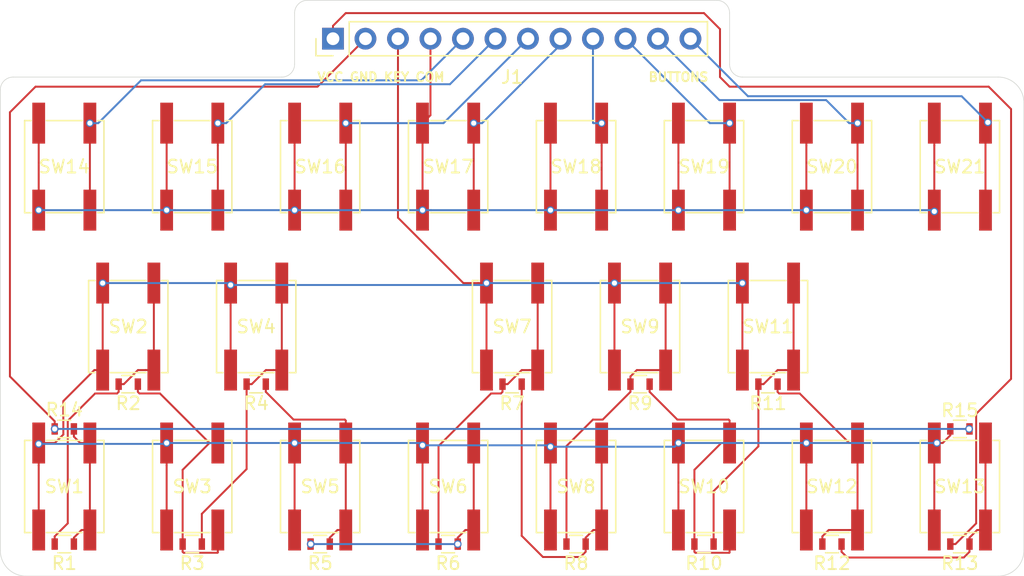
<source format=kicad_pcb>
(kicad_pcb (version 20171130) (host pcbnew "(5.1.5-0-10_14)")

  (general
    (thickness 1.6)
    (drawings 18)
    (tracks 322)
    (zones 0)
    (modules 37)
    (nets 26)
  )

  (page A4)
  (layers
    (0 F.Cu signal)
    (31 B.Cu signal)
    (32 B.Adhes user)
    (33 F.Adhes user)
    (34 B.Paste user)
    (35 F.Paste user)
    (36 B.SilkS user)
    (37 F.SilkS user)
    (38 B.Mask user)
    (39 F.Mask user)
    (40 Dwgs.User user)
    (41 Cmts.User user)
    (42 Eco1.User user)
    (43 Eco2.User user)
    (44 Edge.Cuts user)
    (45 Margin user)
    (46 B.CrtYd user)
    (47 F.CrtYd user)
    (48 B.Fab user)
    (49 F.Fab user hide)
  )

  (setup
    (last_trace_width 0.1524)
    (user_trace_width 0.1524)
    (user_trace_width 0.254)
    (user_trace_width 0.381)
    (user_trace_width 0.508)
    (trace_clearance 0.1524)
    (zone_clearance 0.508)
    (zone_45_only no)
    (trace_min 0.1524)
    (via_size 0.6)
    (via_drill 0.4)
    (via_min_size 0.5)
    (via_min_drill 0.3)
    (user_via 0.5 0.3)
    (user_via 0.6 0.4)
    (uvia_size 0.3)
    (uvia_drill 0.1)
    (uvias_allowed no)
    (uvia_min_size 0.2)
    (uvia_min_drill 0.1)
    (edge_width 0.05)
    (segment_width 0.2)
    (pcb_text_width 0.3)
    (pcb_text_size 1.5 1.5)
    (mod_edge_width 0.12)
    (mod_text_size 1 1)
    (mod_text_width 0.15)
    (pad_size 1.524 1.524)
    (pad_drill 0.762)
    (pad_to_mask_clearance 0.0508)
    (aux_axis_origin 0 0)
    (visible_elements FFFFF77F)
    (pcbplotparams
      (layerselection 0x010fc_ffffffff)
      (usegerberextensions false)
      (usegerberattributes false)
      (usegerberadvancedattributes false)
      (creategerberjobfile false)
      (excludeedgelayer true)
      (linewidth 0.100000)
      (plotframeref false)
      (viasonmask false)
      (mode 1)
      (useauxorigin false)
      (hpglpennumber 1)
      (hpglpenspeed 20)
      (hpglpendiameter 15.000000)
      (psnegative false)
      (psa4output false)
      (plotreference true)
      (plotvalue true)
      (plotinvisibletext false)
      (padsonsilk false)
      (subtractmaskfromsilk false)
      (outputformat 1)
      (mirror false)
      (drillshape 0)
      (scaleselection 1)
      (outputdirectory "output/"))
  )

  (net 0 "")
  (net 1 BUTTON8)
  (net 2 BUTTON7)
  (net 3 BUTTON6)
  (net 4 BUTTON5)
  (net 5 BUTTON4)
  (net 6 BUTTON3)
  (net 7 BUTTON2)
  (net 8 BUTTON1)
  (net 9 COMMON)
  (net 10 KEYBOARD)
  (net 11 GND)
  (net 12 VCC)
  (net 13 "Net-(R1-Pad2)")
  (net 14 "Net-(R10-Pad1)")
  (net 15 "Net-(R10-Pad2)")
  (net 16 "Net-(R1-Pad1)")
  (net 17 "Net-(R2-Pad1)")
  (net 18 "Net-(R3-Pad1)")
  (net 19 "Net-(R4-Pad1)")
  (net 20 "Net-(R5-Pad1)")
  (net 21 "Net-(R6-Pad1)")
  (net 22 "Net-(R7-Pad1)")
  (net 23 "Net-(R8-Pad1)")
  (net 24 "Net-(R11-Pad1)")
  (net 25 "Net-(R12-Pad1)")

  (net_class Default "This is the default net class."
    (clearance 0.1524)
    (trace_width 0.1524)
    (via_dia 0.6)
    (via_drill 0.4)
    (uvia_dia 0.3)
    (uvia_drill 0.1)
    (add_net BUTTON1)
    (add_net BUTTON2)
    (add_net BUTTON3)
    (add_net BUTTON4)
    (add_net BUTTON5)
    (add_net BUTTON6)
    (add_net BUTTON7)
    (add_net BUTTON8)
    (add_net COMMON)
    (add_net GND)
    (add_net KEYBOARD)
    (add_net "Net-(R1-Pad1)")
    (add_net "Net-(R1-Pad2)")
    (add_net "Net-(R10-Pad1)")
    (add_net "Net-(R10-Pad2)")
    (add_net "Net-(R11-Pad1)")
    (add_net "Net-(R12-Pad1)")
    (add_net "Net-(R2-Pad1)")
    (add_net "Net-(R3-Pad1)")
    (add_net "Net-(R4-Pad1)")
    (add_net "Net-(R5-Pad1)")
    (add_net "Net-(R6-Pad1)")
    (add_net "Net-(R7-Pad1)")
    (add_net "Net-(R8-Pad1)")
    (add_net VCC)
  )

  (module Pin_Headers:Pin_Header_Straight_1x12_Pitch2.54mm (layer F.Cu) (tedit 59650532) (tstamp 601EBDBA)
    (at 138 82 90)
    (descr "Through hole straight pin header, 1x12, 2.54mm pitch, single row")
    (tags "Through hole pin header THT 1x12 2.54mm single row")
    (path /6022841F)
    (fp_text reference J1 (at -3 14 180) (layer F.SilkS)
      (effects (font (size 1 1) (thickness 0.15)))
    )
    (fp_text value Conn_01x12 (at 0 30.27 90) (layer F.Fab)
      (effects (font (size 1 1) (thickness 0.15)))
    )
    (fp_text user %R (at 0 13.97) (layer F.Fab)
      (effects (font (size 1 1) (thickness 0.15)))
    )
    (fp_line (start 1.8 -1.8) (end -1.8 -1.8) (layer F.CrtYd) (width 0.05))
    (fp_line (start 1.8 29.75) (end 1.8 -1.8) (layer F.CrtYd) (width 0.05))
    (fp_line (start -1.8 29.75) (end 1.8 29.75) (layer F.CrtYd) (width 0.05))
    (fp_line (start -1.8 -1.8) (end -1.8 29.75) (layer F.CrtYd) (width 0.05))
    (fp_line (start -1.33 -1.33) (end 0 -1.33) (layer F.SilkS) (width 0.12))
    (fp_line (start -1.33 0) (end -1.33 -1.33) (layer F.SilkS) (width 0.12))
    (fp_line (start -1.33 1.27) (end 1.33 1.27) (layer F.SilkS) (width 0.12))
    (fp_line (start 1.33 1.27) (end 1.33 29.27) (layer F.SilkS) (width 0.12))
    (fp_line (start -1.33 1.27) (end -1.33 29.27) (layer F.SilkS) (width 0.12))
    (fp_line (start -1.33 29.27) (end 1.33 29.27) (layer F.SilkS) (width 0.12))
    (fp_line (start -1.27 -0.635) (end -0.635 -1.27) (layer F.Fab) (width 0.1))
    (fp_line (start -1.27 29.21) (end -1.27 -0.635) (layer F.Fab) (width 0.1))
    (fp_line (start 1.27 29.21) (end -1.27 29.21) (layer F.Fab) (width 0.1))
    (fp_line (start 1.27 -1.27) (end 1.27 29.21) (layer F.Fab) (width 0.1))
    (fp_line (start -0.635 -1.27) (end 1.27 -1.27) (layer F.Fab) (width 0.1))
    (pad 12 thru_hole oval (at 0 27.94 90) (size 1.7 1.7) (drill 1) (layers *.Cu *.Mask)
      (net 1 BUTTON8))
    (pad 11 thru_hole oval (at 0 25.4 90) (size 1.7 1.7) (drill 1) (layers *.Cu *.Mask)
      (net 2 BUTTON7))
    (pad 10 thru_hole oval (at 0 22.86 90) (size 1.7 1.7) (drill 1) (layers *.Cu *.Mask)
      (net 3 BUTTON6))
    (pad 9 thru_hole oval (at 0 20.32 90) (size 1.7 1.7) (drill 1) (layers *.Cu *.Mask)
      (net 4 BUTTON5))
    (pad 8 thru_hole oval (at 0 17.78 90) (size 1.7 1.7) (drill 1) (layers *.Cu *.Mask)
      (net 5 BUTTON4))
    (pad 7 thru_hole oval (at 0 15.24 90) (size 1.7 1.7) (drill 1) (layers *.Cu *.Mask)
      (net 6 BUTTON3))
    (pad 6 thru_hole oval (at 0 12.7 90) (size 1.7 1.7) (drill 1) (layers *.Cu *.Mask)
      (net 7 BUTTON2))
    (pad 5 thru_hole oval (at 0 10.16 90) (size 1.7 1.7) (drill 1) (layers *.Cu *.Mask)
      (net 8 BUTTON1))
    (pad 4 thru_hole oval (at 0 7.62 90) (size 1.7 1.7) (drill 1) (layers *.Cu *.Mask)
      (net 9 COMMON))
    (pad 3 thru_hole oval (at 0 5.08 90) (size 1.7 1.7) (drill 1) (layers *.Cu *.Mask)
      (net 10 KEYBOARD))
    (pad 2 thru_hole oval (at 0 2.54 90) (size 1.7 1.7) (drill 1) (layers *.Cu *.Mask)
      (net 11 GND))
    (pad 1 thru_hole rect (at 0 0 90) (size 1.7 1.7) (drill 1) (layers *.Cu *.Mask)
      (net 12 VCC))
    (model ${KISYS3DMOD}/Pin_Headers.3dshapes/Pin_Header_Straight_1x12_Pitch2.54mm.wrl
      (at (xyz 0 0 0))
      (scale (xyz 1 1 1))
      (rotate (xyz 0 0 0))
    )
  )

  (module EVQ-Q2B03W:EVQ-Q2B03W (layer F.Cu) (tedit 5E3B4483) (tstamp 601EBECD)
    (at 187 117 90)
    (path /601449B3)
    (fp_text reference SW13 (at 0 0 180) (layer F.SilkS)
      (effects (font (size 1 1) (thickness 0.15)))
    )
    (fp_text value SW_SPST (at 0 -5 90) (layer F.Fab) hide
      (effects (font (size 1 1) (thickness 0.15)))
    )
    (fp_line (start 3.6 1.4) (end 3.6 -1.4) (layer F.SilkS) (width 0.12))
    (fp_line (start 3.6 3.1) (end 3.6 2.6) (layer F.SilkS) (width 0.12))
    (fp_line (start -3.6 3.1) (end 3.6 3.1) (layer F.SilkS) (width 0.12))
    (fp_line (start -3.6 2.6) (end -3.6 3.1) (layer F.SilkS) (width 0.12))
    (fp_line (start -3.6 -1.4) (end -3.6 1.4) (layer F.SilkS) (width 0.12))
    (fp_line (start 3.6 -3.1) (end 3.6 -2.6) (layer F.SilkS) (width 0.12))
    (fp_line (start -3.6 -3.1) (end 3.6 -3.1) (layer F.SilkS) (width 0.12))
    (fp_line (start -3.6 -2.6) (end -3.6 -3.1) (layer F.SilkS) (width 0.12))
    (fp_line (start -3.5 3) (end -3.5 -3) (layer F.Fab) (width 0.12))
    (fp_line (start 3.5 3) (end -3.5 3) (layer F.Fab) (width 0.12))
    (fp_line (start 3.5 -3) (end 3.5 3) (layer F.Fab) (width 0.12))
    (fp_line (start -3.5 -3) (end 3.5 -3) (layer F.Fab) (width 0.12))
    (pad 2 smd rect (at 3.4 -2 90) (size 3.2 1) (layers F.Cu F.Paste F.Mask)
      (net 10 KEYBOARD))
    (pad 2 smd rect (at -3.4 -2 90) (size 3.2 1) (layers F.Cu F.Paste F.Mask)
      (net 10 KEYBOARD))
    (pad 1 smd rect (at 3.4 2 90) (size 3.2 1) (layers F.Cu F.Paste F.Mask)
      (net 25 "Net-(R12-Pad1)"))
    (pad 1 smd rect (at -3.4 2 90) (size 3.2 1) (layers F.Cu F.Paste F.Mask)
      (net 25 "Net-(R12-Pad1)"))
    (model ${KIPRJMOD}/EVQ-Q2B02W--3DModel-STEP-1.STEP
      (at (xyz 0 0 0))
      (scale (xyz 1 1 1))
      (rotate (xyz -90 0 0))
    )
  )

  (module EVQ-Q2B03W:EVQ-Q2B03W (layer F.Cu) (tedit 5E3B4483) (tstamp 601EBEE1)
    (at 177 117 90)
    (path /6014B35B)
    (fp_text reference SW12 (at 0 0 180) (layer F.SilkS)
      (effects (font (size 1 1) (thickness 0.15)))
    )
    (fp_text value SW_SPST (at 0 -5 90) (layer F.Fab) hide
      (effects (font (size 1 1) (thickness 0.15)))
    )
    (fp_line (start -3.5 -3) (end 3.5 -3) (layer F.Fab) (width 0.12))
    (fp_line (start 3.5 -3) (end 3.5 3) (layer F.Fab) (width 0.12))
    (fp_line (start 3.5 3) (end -3.5 3) (layer F.Fab) (width 0.12))
    (fp_line (start -3.5 3) (end -3.5 -3) (layer F.Fab) (width 0.12))
    (fp_line (start -3.6 -2.6) (end -3.6 -3.1) (layer F.SilkS) (width 0.12))
    (fp_line (start -3.6 -3.1) (end 3.6 -3.1) (layer F.SilkS) (width 0.12))
    (fp_line (start 3.6 -3.1) (end 3.6 -2.6) (layer F.SilkS) (width 0.12))
    (fp_line (start -3.6 -1.4) (end -3.6 1.4) (layer F.SilkS) (width 0.12))
    (fp_line (start -3.6 2.6) (end -3.6 3.1) (layer F.SilkS) (width 0.12))
    (fp_line (start -3.6 3.1) (end 3.6 3.1) (layer F.SilkS) (width 0.12))
    (fp_line (start 3.6 3.1) (end 3.6 2.6) (layer F.SilkS) (width 0.12))
    (fp_line (start 3.6 1.4) (end 3.6 -1.4) (layer F.SilkS) (width 0.12))
    (pad 1 smd rect (at -3.4 2 90) (size 3.2 1) (layers F.Cu F.Paste F.Mask)
      (net 24 "Net-(R11-Pad1)"))
    (pad 1 smd rect (at 3.4 2 90) (size 3.2 1) (layers F.Cu F.Paste F.Mask)
      (net 24 "Net-(R11-Pad1)"))
    (pad 2 smd rect (at -3.4 -2 90) (size 3.2 1) (layers F.Cu F.Paste F.Mask)
      (net 10 KEYBOARD))
    (pad 2 smd rect (at 3.4 -2 90) (size 3.2 1) (layers F.Cu F.Paste F.Mask)
      (net 10 KEYBOARD))
    (model ${KIPRJMOD}/EVQ-Q2B02W--3DModel-STEP-1.STEP
      (at (xyz 0 0 0))
      (scale (xyz 1 1 1))
      (rotate (xyz -90 0 0))
    )
  )

  (module EVQ-Q2B03W:EVQ-Q2B03W (layer F.Cu) (tedit 5E3B4483) (tstamp 601EBEF5)
    (at 172 104.5 90)
    (path /6014B9BA)
    (fp_text reference SW11 (at 0 0 180) (layer F.SilkS)
      (effects (font (size 1 1) (thickness 0.15)))
    )
    (fp_text value SW_SPST (at 0 -5 90) (layer F.Fab) hide
      (effects (font (size 1 1) (thickness 0.15)))
    )
    (fp_line (start -3.5 -3) (end 3.5 -3) (layer F.Fab) (width 0.12))
    (fp_line (start 3.5 -3) (end 3.5 3) (layer F.Fab) (width 0.12))
    (fp_line (start 3.5 3) (end -3.5 3) (layer F.Fab) (width 0.12))
    (fp_line (start -3.5 3) (end -3.5 -3) (layer F.Fab) (width 0.12))
    (fp_line (start -3.6 -2.6) (end -3.6 -3.1) (layer F.SilkS) (width 0.12))
    (fp_line (start -3.6 -3.1) (end 3.6 -3.1) (layer F.SilkS) (width 0.12))
    (fp_line (start 3.6 -3.1) (end 3.6 -2.6) (layer F.SilkS) (width 0.12))
    (fp_line (start -3.6 -1.4) (end -3.6 1.4) (layer F.SilkS) (width 0.12))
    (fp_line (start -3.6 2.6) (end -3.6 3.1) (layer F.SilkS) (width 0.12))
    (fp_line (start -3.6 3.1) (end 3.6 3.1) (layer F.SilkS) (width 0.12))
    (fp_line (start 3.6 3.1) (end 3.6 2.6) (layer F.SilkS) (width 0.12))
    (fp_line (start 3.6 1.4) (end 3.6 -1.4) (layer F.SilkS) (width 0.12))
    (pad 1 smd rect (at -3.4 2 90) (size 3.2 1) (layers F.Cu F.Paste F.Mask)
      (net 14 "Net-(R10-Pad1)"))
    (pad 1 smd rect (at 3.4 2 90) (size 3.2 1) (layers F.Cu F.Paste F.Mask)
      (net 14 "Net-(R10-Pad1)"))
    (pad 2 smd rect (at -3.4 -2 90) (size 3.2 1) (layers F.Cu F.Paste F.Mask)
      (net 10 KEYBOARD))
    (pad 2 smd rect (at 3.4 -2 90) (size 3.2 1) (layers F.Cu F.Paste F.Mask)
      (net 10 KEYBOARD))
    (model ${KIPRJMOD}/EVQ-Q2B02W--3DModel-STEP-1.STEP
      (at (xyz 0 0 0))
      (scale (xyz 1 1 1))
      (rotate (xyz -90 0 0))
    )
  )

  (module EVQ-Q2B03W:EVQ-Q2B03W (layer F.Cu) (tedit 5E3B4483) (tstamp 601EBF09)
    (at 167 117 90)
    (path /6014BC31)
    (fp_text reference SW10 (at 0 0 180) (layer F.SilkS)
      (effects (font (size 1 1) (thickness 0.15)))
    )
    (fp_text value SW_SPST (at 0 -5 90) (layer F.Fab) hide
      (effects (font (size 1 1) (thickness 0.15)))
    )
    (fp_line (start 3.6 1.4) (end 3.6 -1.4) (layer F.SilkS) (width 0.12))
    (fp_line (start 3.6 3.1) (end 3.6 2.6) (layer F.SilkS) (width 0.12))
    (fp_line (start -3.6 3.1) (end 3.6 3.1) (layer F.SilkS) (width 0.12))
    (fp_line (start -3.6 2.6) (end -3.6 3.1) (layer F.SilkS) (width 0.12))
    (fp_line (start -3.6 -1.4) (end -3.6 1.4) (layer F.SilkS) (width 0.12))
    (fp_line (start 3.6 -3.1) (end 3.6 -2.6) (layer F.SilkS) (width 0.12))
    (fp_line (start -3.6 -3.1) (end 3.6 -3.1) (layer F.SilkS) (width 0.12))
    (fp_line (start -3.6 -2.6) (end -3.6 -3.1) (layer F.SilkS) (width 0.12))
    (fp_line (start -3.5 3) (end -3.5 -3) (layer F.Fab) (width 0.12))
    (fp_line (start 3.5 3) (end -3.5 3) (layer F.Fab) (width 0.12))
    (fp_line (start 3.5 -3) (end 3.5 3) (layer F.Fab) (width 0.12))
    (fp_line (start -3.5 -3) (end 3.5 -3) (layer F.Fab) (width 0.12))
    (pad 2 smd rect (at 3.4 -2 90) (size 3.2 1) (layers F.Cu F.Paste F.Mask)
      (net 10 KEYBOARD))
    (pad 2 smd rect (at -3.4 -2 90) (size 3.2 1) (layers F.Cu F.Paste F.Mask)
      (net 10 KEYBOARD))
    (pad 1 smd rect (at 3.4 2 90) (size 3.2 1) (layers F.Cu F.Paste F.Mask)
      (net 15 "Net-(R10-Pad2)"))
    (pad 1 smd rect (at -3.4 2 90) (size 3.2 1) (layers F.Cu F.Paste F.Mask)
      (net 15 "Net-(R10-Pad2)"))
    (model ${KIPRJMOD}/EVQ-Q2B02W--3DModel-STEP-1.STEP
      (at (xyz 0 0 0))
      (scale (xyz 1 1 1))
      (rotate (xyz -90 0 0))
    )
  )

  (module EVQ-Q2B03W:EVQ-Q2B03W (layer F.Cu) (tedit 5E3B4483) (tstamp 601EBF1D)
    (at 162 104.5 90)
    (path /6014BE8F)
    (fp_text reference SW9 (at 0 0 180) (layer F.SilkS)
      (effects (font (size 1 1) (thickness 0.15)))
    )
    (fp_text value SW_SPST (at 0 -5 90) (layer F.Fab) hide
      (effects (font (size 1 1) (thickness 0.15)))
    )
    (fp_line (start -3.5 -3) (end 3.5 -3) (layer F.Fab) (width 0.12))
    (fp_line (start 3.5 -3) (end 3.5 3) (layer F.Fab) (width 0.12))
    (fp_line (start 3.5 3) (end -3.5 3) (layer F.Fab) (width 0.12))
    (fp_line (start -3.5 3) (end -3.5 -3) (layer F.Fab) (width 0.12))
    (fp_line (start -3.6 -2.6) (end -3.6 -3.1) (layer F.SilkS) (width 0.12))
    (fp_line (start -3.6 -3.1) (end 3.6 -3.1) (layer F.SilkS) (width 0.12))
    (fp_line (start 3.6 -3.1) (end 3.6 -2.6) (layer F.SilkS) (width 0.12))
    (fp_line (start -3.6 -1.4) (end -3.6 1.4) (layer F.SilkS) (width 0.12))
    (fp_line (start -3.6 2.6) (end -3.6 3.1) (layer F.SilkS) (width 0.12))
    (fp_line (start -3.6 3.1) (end 3.6 3.1) (layer F.SilkS) (width 0.12))
    (fp_line (start 3.6 3.1) (end 3.6 2.6) (layer F.SilkS) (width 0.12))
    (fp_line (start 3.6 1.4) (end 3.6 -1.4) (layer F.SilkS) (width 0.12))
    (pad 1 smd rect (at -3.4 2 90) (size 3.2 1) (layers F.Cu F.Paste F.Mask)
      (net 23 "Net-(R8-Pad1)"))
    (pad 1 smd rect (at 3.4 2 90) (size 3.2 1) (layers F.Cu F.Paste F.Mask)
      (net 23 "Net-(R8-Pad1)"))
    (pad 2 smd rect (at -3.4 -2 90) (size 3.2 1) (layers F.Cu F.Paste F.Mask)
      (net 10 KEYBOARD))
    (pad 2 smd rect (at 3.4 -2 90) (size 3.2 1) (layers F.Cu F.Paste F.Mask)
      (net 10 KEYBOARD))
    (model ${KIPRJMOD}/EVQ-Q2B02W--3DModel-STEP-1.STEP
      (at (xyz 0 0 0))
      (scale (xyz 1 1 1))
      (rotate (xyz -90 0 0))
    )
  )

  (module EVQ-Q2B03W:EVQ-Q2B03W (layer F.Cu) (tedit 5E3B4483) (tstamp 601EBF31)
    (at 157 117 90)
    (path /6014C296)
    (fp_text reference SW8 (at 0 0 180) (layer F.SilkS)
      (effects (font (size 1 1) (thickness 0.15)))
    )
    (fp_text value SW_SPST (at 0 -5 90) (layer F.Fab) hide
      (effects (font (size 1 1) (thickness 0.15)))
    )
    (fp_line (start 3.6 1.4) (end 3.6 -1.4) (layer F.SilkS) (width 0.12))
    (fp_line (start 3.6 3.1) (end 3.6 2.6) (layer F.SilkS) (width 0.12))
    (fp_line (start -3.6 3.1) (end 3.6 3.1) (layer F.SilkS) (width 0.12))
    (fp_line (start -3.6 2.6) (end -3.6 3.1) (layer F.SilkS) (width 0.12))
    (fp_line (start -3.6 -1.4) (end -3.6 1.4) (layer F.SilkS) (width 0.12))
    (fp_line (start 3.6 -3.1) (end 3.6 -2.6) (layer F.SilkS) (width 0.12))
    (fp_line (start -3.6 -3.1) (end 3.6 -3.1) (layer F.SilkS) (width 0.12))
    (fp_line (start -3.6 -2.6) (end -3.6 -3.1) (layer F.SilkS) (width 0.12))
    (fp_line (start -3.5 3) (end -3.5 -3) (layer F.Fab) (width 0.12))
    (fp_line (start 3.5 3) (end -3.5 3) (layer F.Fab) (width 0.12))
    (fp_line (start 3.5 -3) (end 3.5 3) (layer F.Fab) (width 0.12))
    (fp_line (start -3.5 -3) (end 3.5 -3) (layer F.Fab) (width 0.12))
    (pad 2 smd rect (at 3.4 -2 90) (size 3.2 1) (layers F.Cu F.Paste F.Mask)
      (net 10 KEYBOARD))
    (pad 2 smd rect (at -3.4 -2 90) (size 3.2 1) (layers F.Cu F.Paste F.Mask)
      (net 10 KEYBOARD))
    (pad 1 smd rect (at 3.4 2 90) (size 3.2 1) (layers F.Cu F.Paste F.Mask)
      (net 22 "Net-(R7-Pad1)"))
    (pad 1 smd rect (at -3.4 2 90) (size 3.2 1) (layers F.Cu F.Paste F.Mask)
      (net 22 "Net-(R7-Pad1)"))
    (model ${KIPRJMOD}/EVQ-Q2B02W--3DModel-STEP-1.STEP
      (at (xyz 0 0 0))
      (scale (xyz 1 1 1))
      (rotate (xyz -90 0 0))
    )
  )

  (module EVQ-Q2B03W:EVQ-Q2B03W (layer F.Cu) (tedit 5E3B4483) (tstamp 601EBF45)
    (at 152 104.5 90)
    (path /6014C684)
    (fp_text reference SW7 (at 0 0 180) (layer F.SilkS)
      (effects (font (size 1 1) (thickness 0.15)))
    )
    (fp_text value SW_SPST (at 0 -5 90) (layer F.Fab) hide
      (effects (font (size 1 1) (thickness 0.15)))
    )
    (fp_line (start -3.5 -3) (end 3.5 -3) (layer F.Fab) (width 0.12))
    (fp_line (start 3.5 -3) (end 3.5 3) (layer F.Fab) (width 0.12))
    (fp_line (start 3.5 3) (end -3.5 3) (layer F.Fab) (width 0.12))
    (fp_line (start -3.5 3) (end -3.5 -3) (layer F.Fab) (width 0.12))
    (fp_line (start -3.6 -2.6) (end -3.6 -3.1) (layer F.SilkS) (width 0.12))
    (fp_line (start -3.6 -3.1) (end 3.6 -3.1) (layer F.SilkS) (width 0.12))
    (fp_line (start 3.6 -3.1) (end 3.6 -2.6) (layer F.SilkS) (width 0.12))
    (fp_line (start -3.6 -1.4) (end -3.6 1.4) (layer F.SilkS) (width 0.12))
    (fp_line (start -3.6 2.6) (end -3.6 3.1) (layer F.SilkS) (width 0.12))
    (fp_line (start -3.6 3.1) (end 3.6 3.1) (layer F.SilkS) (width 0.12))
    (fp_line (start 3.6 3.1) (end 3.6 2.6) (layer F.SilkS) (width 0.12))
    (fp_line (start 3.6 1.4) (end 3.6 -1.4) (layer F.SilkS) (width 0.12))
    (pad 1 smd rect (at -3.4 2 90) (size 3.2 1) (layers F.Cu F.Paste F.Mask)
      (net 21 "Net-(R6-Pad1)"))
    (pad 1 smd rect (at 3.4 2 90) (size 3.2 1) (layers F.Cu F.Paste F.Mask)
      (net 21 "Net-(R6-Pad1)"))
    (pad 2 smd rect (at -3.4 -2 90) (size 3.2 1) (layers F.Cu F.Paste F.Mask)
      (net 10 KEYBOARD))
    (pad 2 smd rect (at 3.4 -2 90) (size 3.2 1) (layers F.Cu F.Paste F.Mask)
      (net 10 KEYBOARD))
    (model ${KIPRJMOD}/EVQ-Q2B02W--3DModel-STEP-1.STEP
      (at (xyz 0 0 0))
      (scale (xyz 1 1 1))
      (rotate (xyz -90 0 0))
    )
  )

  (module EVQ-Q2B03W:EVQ-Q2B03W (layer F.Cu) (tedit 5E3B4483) (tstamp 601EBF59)
    (at 147 117 90)
    (path /60155CB9)
    (fp_text reference SW6 (at 0 0 180) (layer F.SilkS)
      (effects (font (size 1 1) (thickness 0.15)))
    )
    (fp_text value SW_SPST (at 0 -5 90) (layer F.Fab) hide
      (effects (font (size 1 1) (thickness 0.15)))
    )
    (fp_line (start 3.6 1.4) (end 3.6 -1.4) (layer F.SilkS) (width 0.12))
    (fp_line (start 3.6 3.1) (end 3.6 2.6) (layer F.SilkS) (width 0.12))
    (fp_line (start -3.6 3.1) (end 3.6 3.1) (layer F.SilkS) (width 0.12))
    (fp_line (start -3.6 2.6) (end -3.6 3.1) (layer F.SilkS) (width 0.12))
    (fp_line (start -3.6 -1.4) (end -3.6 1.4) (layer F.SilkS) (width 0.12))
    (fp_line (start 3.6 -3.1) (end 3.6 -2.6) (layer F.SilkS) (width 0.12))
    (fp_line (start -3.6 -3.1) (end 3.6 -3.1) (layer F.SilkS) (width 0.12))
    (fp_line (start -3.6 -2.6) (end -3.6 -3.1) (layer F.SilkS) (width 0.12))
    (fp_line (start -3.5 3) (end -3.5 -3) (layer F.Fab) (width 0.12))
    (fp_line (start 3.5 3) (end -3.5 3) (layer F.Fab) (width 0.12))
    (fp_line (start 3.5 -3) (end 3.5 3) (layer F.Fab) (width 0.12))
    (fp_line (start -3.5 -3) (end 3.5 -3) (layer F.Fab) (width 0.12))
    (pad 2 smd rect (at 3.4 -2 90) (size 3.2 1) (layers F.Cu F.Paste F.Mask)
      (net 10 KEYBOARD))
    (pad 2 smd rect (at -3.4 -2 90) (size 3.2 1) (layers F.Cu F.Paste F.Mask)
      (net 10 KEYBOARD))
    (pad 1 smd rect (at 3.4 2 90) (size 3.2 1) (layers F.Cu F.Paste F.Mask)
      (net 20 "Net-(R5-Pad1)"))
    (pad 1 smd rect (at -3.4 2 90) (size 3.2 1) (layers F.Cu F.Paste F.Mask)
      (net 20 "Net-(R5-Pad1)"))
    (model ${KIPRJMOD}/EVQ-Q2B02W--3DModel-STEP-1.STEP
      (at (xyz 0 0 0))
      (scale (xyz 1 1 1))
      (rotate (xyz -90 0 0))
    )
  )

  (module EVQ-Q2B03W:EVQ-Q2B03W (layer F.Cu) (tedit 5E3B4483) (tstamp 601EBF6D)
    (at 137 117 90)
    (path /60155CBF)
    (fp_text reference SW5 (at 0 0 180) (layer F.SilkS)
      (effects (font (size 1 1) (thickness 0.15)))
    )
    (fp_text value SW_SPST (at 0 -5 90) (layer F.Fab) hide
      (effects (font (size 1 1) (thickness 0.15)))
    )
    (fp_line (start -3.5 -3) (end 3.5 -3) (layer F.Fab) (width 0.12))
    (fp_line (start 3.5 -3) (end 3.5 3) (layer F.Fab) (width 0.12))
    (fp_line (start 3.5 3) (end -3.5 3) (layer F.Fab) (width 0.12))
    (fp_line (start -3.5 3) (end -3.5 -3) (layer F.Fab) (width 0.12))
    (fp_line (start -3.6 -2.6) (end -3.6 -3.1) (layer F.SilkS) (width 0.12))
    (fp_line (start -3.6 -3.1) (end 3.6 -3.1) (layer F.SilkS) (width 0.12))
    (fp_line (start 3.6 -3.1) (end 3.6 -2.6) (layer F.SilkS) (width 0.12))
    (fp_line (start -3.6 -1.4) (end -3.6 1.4) (layer F.SilkS) (width 0.12))
    (fp_line (start -3.6 2.6) (end -3.6 3.1) (layer F.SilkS) (width 0.12))
    (fp_line (start -3.6 3.1) (end 3.6 3.1) (layer F.SilkS) (width 0.12))
    (fp_line (start 3.6 3.1) (end 3.6 2.6) (layer F.SilkS) (width 0.12))
    (fp_line (start 3.6 1.4) (end 3.6 -1.4) (layer F.SilkS) (width 0.12))
    (pad 1 smd rect (at -3.4 2 90) (size 3.2 1) (layers F.Cu F.Paste F.Mask)
      (net 19 "Net-(R4-Pad1)"))
    (pad 1 smd rect (at 3.4 2 90) (size 3.2 1) (layers F.Cu F.Paste F.Mask)
      (net 19 "Net-(R4-Pad1)"))
    (pad 2 smd rect (at -3.4 -2 90) (size 3.2 1) (layers F.Cu F.Paste F.Mask)
      (net 10 KEYBOARD))
    (pad 2 smd rect (at 3.4 -2 90) (size 3.2 1) (layers F.Cu F.Paste F.Mask)
      (net 10 KEYBOARD))
    (model ${KIPRJMOD}/EVQ-Q2B02W--3DModel-STEP-1.STEP
      (at (xyz 0 0 0))
      (scale (xyz 1 1 1))
      (rotate (xyz -90 0 0))
    )
  )

  (module EVQ-Q2B03W:EVQ-Q2B03W (layer F.Cu) (tedit 5E3B4483) (tstamp 601EBF81)
    (at 132 104.5 90)
    (path /60155CC5)
    (fp_text reference SW4 (at 0 0 180) (layer F.SilkS)
      (effects (font (size 1 1) (thickness 0.15)))
    )
    (fp_text value SW_SPST (at 0 -5 90) (layer F.Fab) hide
      (effects (font (size 1 1) (thickness 0.15)))
    )
    (fp_line (start 3.6 1.4) (end 3.6 -1.4) (layer F.SilkS) (width 0.12))
    (fp_line (start 3.6 3.1) (end 3.6 2.6) (layer F.SilkS) (width 0.12))
    (fp_line (start -3.6 3.1) (end 3.6 3.1) (layer F.SilkS) (width 0.12))
    (fp_line (start -3.6 2.6) (end -3.6 3.1) (layer F.SilkS) (width 0.12))
    (fp_line (start -3.6 -1.4) (end -3.6 1.4) (layer F.SilkS) (width 0.12))
    (fp_line (start 3.6 -3.1) (end 3.6 -2.6) (layer F.SilkS) (width 0.12))
    (fp_line (start -3.6 -3.1) (end 3.6 -3.1) (layer F.SilkS) (width 0.12))
    (fp_line (start -3.6 -2.6) (end -3.6 -3.1) (layer F.SilkS) (width 0.12))
    (fp_line (start -3.5 3) (end -3.5 -3) (layer F.Fab) (width 0.12))
    (fp_line (start 3.5 3) (end -3.5 3) (layer F.Fab) (width 0.12))
    (fp_line (start 3.5 -3) (end 3.5 3) (layer F.Fab) (width 0.12))
    (fp_line (start -3.5 -3) (end 3.5 -3) (layer F.Fab) (width 0.12))
    (pad 2 smd rect (at 3.4 -2 90) (size 3.2 1) (layers F.Cu F.Paste F.Mask)
      (net 10 KEYBOARD))
    (pad 2 smd rect (at -3.4 -2 90) (size 3.2 1) (layers F.Cu F.Paste F.Mask)
      (net 10 KEYBOARD))
    (pad 1 smd rect (at 3.4 2 90) (size 3.2 1) (layers F.Cu F.Paste F.Mask)
      (net 18 "Net-(R3-Pad1)"))
    (pad 1 smd rect (at -3.4 2 90) (size 3.2 1) (layers F.Cu F.Paste F.Mask)
      (net 18 "Net-(R3-Pad1)"))
    (model ${KIPRJMOD}/EVQ-Q2B02W--3DModel-STEP-1.STEP
      (at (xyz 0 0 0))
      (scale (xyz 1 1 1))
      (rotate (xyz -90 0 0))
    )
  )

  (module EVQ-Q2B03W:EVQ-Q2B03W (layer F.Cu) (tedit 5E3B4483) (tstamp 601EBF95)
    (at 127 117 90)
    (path /60155CCB)
    (fp_text reference SW3 (at 0 0 180) (layer F.SilkS)
      (effects (font (size 1 1) (thickness 0.15)))
    )
    (fp_text value SW_SPST (at 0 -5 90) (layer F.Fab) hide
      (effects (font (size 1 1) (thickness 0.15)))
    )
    (fp_line (start -3.5 -3) (end 3.5 -3) (layer F.Fab) (width 0.12))
    (fp_line (start 3.5 -3) (end 3.5 3) (layer F.Fab) (width 0.12))
    (fp_line (start 3.5 3) (end -3.5 3) (layer F.Fab) (width 0.12))
    (fp_line (start -3.5 3) (end -3.5 -3) (layer F.Fab) (width 0.12))
    (fp_line (start -3.6 -2.6) (end -3.6 -3.1) (layer F.SilkS) (width 0.12))
    (fp_line (start -3.6 -3.1) (end 3.6 -3.1) (layer F.SilkS) (width 0.12))
    (fp_line (start 3.6 -3.1) (end 3.6 -2.6) (layer F.SilkS) (width 0.12))
    (fp_line (start -3.6 -1.4) (end -3.6 1.4) (layer F.SilkS) (width 0.12))
    (fp_line (start -3.6 2.6) (end -3.6 3.1) (layer F.SilkS) (width 0.12))
    (fp_line (start -3.6 3.1) (end 3.6 3.1) (layer F.SilkS) (width 0.12))
    (fp_line (start 3.6 3.1) (end 3.6 2.6) (layer F.SilkS) (width 0.12))
    (fp_line (start 3.6 1.4) (end 3.6 -1.4) (layer F.SilkS) (width 0.12))
    (pad 1 smd rect (at -3.4 2 90) (size 3.2 1) (layers F.Cu F.Paste F.Mask)
      (net 17 "Net-(R2-Pad1)"))
    (pad 1 smd rect (at 3.4 2 90) (size 3.2 1) (layers F.Cu F.Paste F.Mask)
      (net 17 "Net-(R2-Pad1)"))
    (pad 2 smd rect (at -3.4 -2 90) (size 3.2 1) (layers F.Cu F.Paste F.Mask)
      (net 10 KEYBOARD))
    (pad 2 smd rect (at 3.4 -2 90) (size 3.2 1) (layers F.Cu F.Paste F.Mask)
      (net 10 KEYBOARD))
    (model ${KIPRJMOD}/EVQ-Q2B02W--3DModel-STEP-1.STEP
      (at (xyz 0 0 0))
      (scale (xyz 1 1 1))
      (rotate (xyz -90 0 0))
    )
  )

  (module EVQ-Q2B03W:EVQ-Q2B03W (layer F.Cu) (tedit 5E3B4483) (tstamp 601EBFA9)
    (at 122 104.5 90)
    (path /60155CD1)
    (fp_text reference SW2 (at 0 0 180) (layer F.SilkS)
      (effects (font (size 1 1) (thickness 0.15)))
    )
    (fp_text value SW_SPST (at 0 -5 90) (layer F.Fab) hide
      (effects (font (size 1 1) (thickness 0.15)))
    )
    (fp_line (start 3.6 1.4) (end 3.6 -1.4) (layer F.SilkS) (width 0.12))
    (fp_line (start 3.6 3.1) (end 3.6 2.6) (layer F.SilkS) (width 0.12))
    (fp_line (start -3.6 3.1) (end 3.6 3.1) (layer F.SilkS) (width 0.12))
    (fp_line (start -3.6 2.6) (end -3.6 3.1) (layer F.SilkS) (width 0.12))
    (fp_line (start -3.6 -1.4) (end -3.6 1.4) (layer F.SilkS) (width 0.12))
    (fp_line (start 3.6 -3.1) (end 3.6 -2.6) (layer F.SilkS) (width 0.12))
    (fp_line (start -3.6 -3.1) (end 3.6 -3.1) (layer F.SilkS) (width 0.12))
    (fp_line (start -3.6 -2.6) (end -3.6 -3.1) (layer F.SilkS) (width 0.12))
    (fp_line (start -3.5 3) (end -3.5 -3) (layer F.Fab) (width 0.12))
    (fp_line (start 3.5 3) (end -3.5 3) (layer F.Fab) (width 0.12))
    (fp_line (start 3.5 -3) (end 3.5 3) (layer F.Fab) (width 0.12))
    (fp_line (start -3.5 -3) (end 3.5 -3) (layer F.Fab) (width 0.12))
    (pad 2 smd rect (at 3.4 -2 90) (size 3.2 1) (layers F.Cu F.Paste F.Mask)
      (net 10 KEYBOARD))
    (pad 2 smd rect (at -3.4 -2 90) (size 3.2 1) (layers F.Cu F.Paste F.Mask)
      (net 10 KEYBOARD))
    (pad 1 smd rect (at 3.4 2 90) (size 3.2 1) (layers F.Cu F.Paste F.Mask)
      (net 16 "Net-(R1-Pad1)"))
    (pad 1 smd rect (at -3.4 2 90) (size 3.2 1) (layers F.Cu F.Paste F.Mask)
      (net 16 "Net-(R1-Pad1)"))
    (model ${KIPRJMOD}/EVQ-Q2B02W--3DModel-STEP-1.STEP
      (at (xyz 0 0 0))
      (scale (xyz 1 1 1))
      (rotate (xyz -90 0 0))
    )
  )

  (module EVQ-Q2B03W:EVQ-Q2B03W (layer F.Cu) (tedit 5E3B4483) (tstamp 601EBFBD)
    (at 117 117 90)
    (path /60155CD7)
    (fp_text reference SW1 (at 0 0 180) (layer F.SilkS)
      (effects (font (size 1 1) (thickness 0.15)))
    )
    (fp_text value SW_SPST (at 0 -5 90) (layer F.Fab) hide
      (effects (font (size 1 1) (thickness 0.15)))
    )
    (fp_line (start -3.5 -3) (end 3.5 -3) (layer F.Fab) (width 0.12))
    (fp_line (start 3.5 -3) (end 3.5 3) (layer F.Fab) (width 0.12))
    (fp_line (start 3.5 3) (end -3.5 3) (layer F.Fab) (width 0.12))
    (fp_line (start -3.5 3) (end -3.5 -3) (layer F.Fab) (width 0.12))
    (fp_line (start -3.6 -2.6) (end -3.6 -3.1) (layer F.SilkS) (width 0.12))
    (fp_line (start -3.6 -3.1) (end 3.6 -3.1) (layer F.SilkS) (width 0.12))
    (fp_line (start 3.6 -3.1) (end 3.6 -2.6) (layer F.SilkS) (width 0.12))
    (fp_line (start -3.6 -1.4) (end -3.6 1.4) (layer F.SilkS) (width 0.12))
    (fp_line (start -3.6 2.6) (end -3.6 3.1) (layer F.SilkS) (width 0.12))
    (fp_line (start -3.6 3.1) (end 3.6 3.1) (layer F.SilkS) (width 0.12))
    (fp_line (start 3.6 3.1) (end 3.6 2.6) (layer F.SilkS) (width 0.12))
    (fp_line (start 3.6 1.4) (end 3.6 -1.4) (layer F.SilkS) (width 0.12))
    (pad 1 smd rect (at -3.4 2 90) (size 3.2 1) (layers F.Cu F.Paste F.Mask)
      (net 13 "Net-(R1-Pad2)"))
    (pad 1 smd rect (at 3.4 2 90) (size 3.2 1) (layers F.Cu F.Paste F.Mask)
      (net 13 "Net-(R1-Pad2)"))
    (pad 2 smd rect (at -3.4 -2 90) (size 3.2 1) (layers F.Cu F.Paste F.Mask)
      (net 10 KEYBOARD))
    (pad 2 smd rect (at 3.4 -2 90) (size 3.2 1) (layers F.Cu F.Paste F.Mask)
      (net 10 KEYBOARD))
    (model ${KIPRJMOD}/EVQ-Q2B02W--3DModel-STEP-1.STEP
      (at (xyz 0 0 0))
      (scale (xyz 1 1 1))
      (rotate (xyz -90 0 0))
    )
  )

  (module EVQ-Q2B03W:EVQ-Q2B03W (layer F.Cu) (tedit 5E3B4483) (tstamp 601EBFD1)
    (at 117 92 90)
    (path /601EE29A)
    (fp_text reference SW14 (at 0 0 180) (layer F.SilkS)
      (effects (font (size 1 1) (thickness 0.15)))
    )
    (fp_text value SW_SPST (at 0 -5 90) (layer F.Fab) hide
      (effects (font (size 1 1) (thickness 0.15)))
    )
    (fp_line (start -3.5 -3) (end 3.5 -3) (layer F.Fab) (width 0.12))
    (fp_line (start 3.5 -3) (end 3.5 3) (layer F.Fab) (width 0.12))
    (fp_line (start 3.5 3) (end -3.5 3) (layer F.Fab) (width 0.12))
    (fp_line (start -3.5 3) (end -3.5 -3) (layer F.Fab) (width 0.12))
    (fp_line (start -3.6 -2.6) (end -3.6 -3.1) (layer F.SilkS) (width 0.12))
    (fp_line (start -3.6 -3.1) (end 3.6 -3.1) (layer F.SilkS) (width 0.12))
    (fp_line (start 3.6 -3.1) (end 3.6 -2.6) (layer F.SilkS) (width 0.12))
    (fp_line (start -3.6 -1.4) (end -3.6 1.4) (layer F.SilkS) (width 0.12))
    (fp_line (start -3.6 2.6) (end -3.6 3.1) (layer F.SilkS) (width 0.12))
    (fp_line (start -3.6 3.1) (end 3.6 3.1) (layer F.SilkS) (width 0.12))
    (fp_line (start 3.6 3.1) (end 3.6 2.6) (layer F.SilkS) (width 0.12))
    (fp_line (start 3.6 1.4) (end 3.6 -1.4) (layer F.SilkS) (width 0.12))
    (pad 1 smd rect (at -3.4 2 90) (size 3.2 1) (layers F.Cu F.Paste F.Mask)
      (net 8 BUTTON1))
    (pad 1 smd rect (at 3.4 2 90) (size 3.2 1) (layers F.Cu F.Paste F.Mask)
      (net 8 BUTTON1))
    (pad 2 smd rect (at -3.4 -2 90) (size 3.2 1) (layers F.Cu F.Paste F.Mask)
      (net 9 COMMON))
    (pad 2 smd rect (at 3.4 -2 90) (size 3.2 1) (layers F.Cu F.Paste F.Mask)
      (net 9 COMMON))
    (model ${KIPRJMOD}/EVQ-Q2B02W--3DModel-STEP-1.STEP
      (at (xyz 0 0 0))
      (scale (xyz 1 1 1))
      (rotate (xyz -90 0 0))
    )
  )

  (module EVQ-Q2B03W:EVQ-Q2B03W (layer F.Cu) (tedit 5E3B4483) (tstamp 601EBFE5)
    (at 127 92 90)
    (path /601EEA60)
    (fp_text reference SW15 (at 0 0 180) (layer F.SilkS)
      (effects (font (size 1 1) (thickness 0.15)))
    )
    (fp_text value SW_SPST (at 0 -5 90) (layer F.Fab) hide
      (effects (font (size 1 1) (thickness 0.15)))
    )
    (fp_line (start 3.6 1.4) (end 3.6 -1.4) (layer F.SilkS) (width 0.12))
    (fp_line (start 3.6 3.1) (end 3.6 2.6) (layer F.SilkS) (width 0.12))
    (fp_line (start -3.6 3.1) (end 3.6 3.1) (layer F.SilkS) (width 0.12))
    (fp_line (start -3.6 2.6) (end -3.6 3.1) (layer F.SilkS) (width 0.12))
    (fp_line (start -3.6 -1.4) (end -3.6 1.4) (layer F.SilkS) (width 0.12))
    (fp_line (start 3.6 -3.1) (end 3.6 -2.6) (layer F.SilkS) (width 0.12))
    (fp_line (start -3.6 -3.1) (end 3.6 -3.1) (layer F.SilkS) (width 0.12))
    (fp_line (start -3.6 -2.6) (end -3.6 -3.1) (layer F.SilkS) (width 0.12))
    (fp_line (start -3.5 3) (end -3.5 -3) (layer F.Fab) (width 0.12))
    (fp_line (start 3.5 3) (end -3.5 3) (layer F.Fab) (width 0.12))
    (fp_line (start 3.5 -3) (end 3.5 3) (layer F.Fab) (width 0.12))
    (fp_line (start -3.5 -3) (end 3.5 -3) (layer F.Fab) (width 0.12))
    (pad 2 smd rect (at 3.4 -2 90) (size 3.2 1) (layers F.Cu F.Paste F.Mask)
      (net 9 COMMON))
    (pad 2 smd rect (at -3.4 -2 90) (size 3.2 1) (layers F.Cu F.Paste F.Mask)
      (net 9 COMMON))
    (pad 1 smd rect (at 3.4 2 90) (size 3.2 1) (layers F.Cu F.Paste F.Mask)
      (net 7 BUTTON2))
    (pad 1 smd rect (at -3.4 2 90) (size 3.2 1) (layers F.Cu F.Paste F.Mask)
      (net 7 BUTTON2))
    (model ${KIPRJMOD}/EVQ-Q2B02W--3DModel-STEP-1.STEP
      (at (xyz 0 0 0))
      (scale (xyz 1 1 1))
      (rotate (xyz -90 0 0))
    )
  )

  (module EVQ-Q2B03W:EVQ-Q2B03W (layer F.Cu) (tedit 5E3B4483) (tstamp 601EBFF9)
    (at 137 92 90)
    (path /601F0250)
    (fp_text reference SW16 (at 0 0 180) (layer F.SilkS)
      (effects (font (size 1 1) (thickness 0.15)))
    )
    (fp_text value SW_SPST (at 0 -5 90) (layer F.Fab) hide
      (effects (font (size 1 1) (thickness 0.15)))
    )
    (fp_line (start -3.5 -3) (end 3.5 -3) (layer F.Fab) (width 0.12))
    (fp_line (start 3.5 -3) (end 3.5 3) (layer F.Fab) (width 0.12))
    (fp_line (start 3.5 3) (end -3.5 3) (layer F.Fab) (width 0.12))
    (fp_line (start -3.5 3) (end -3.5 -3) (layer F.Fab) (width 0.12))
    (fp_line (start -3.6 -2.6) (end -3.6 -3.1) (layer F.SilkS) (width 0.12))
    (fp_line (start -3.6 -3.1) (end 3.6 -3.1) (layer F.SilkS) (width 0.12))
    (fp_line (start 3.6 -3.1) (end 3.6 -2.6) (layer F.SilkS) (width 0.12))
    (fp_line (start -3.6 -1.4) (end -3.6 1.4) (layer F.SilkS) (width 0.12))
    (fp_line (start -3.6 2.6) (end -3.6 3.1) (layer F.SilkS) (width 0.12))
    (fp_line (start -3.6 3.1) (end 3.6 3.1) (layer F.SilkS) (width 0.12))
    (fp_line (start 3.6 3.1) (end 3.6 2.6) (layer F.SilkS) (width 0.12))
    (fp_line (start 3.6 1.4) (end 3.6 -1.4) (layer F.SilkS) (width 0.12))
    (pad 1 smd rect (at -3.4 2 90) (size 3.2 1) (layers F.Cu F.Paste F.Mask)
      (net 6 BUTTON3))
    (pad 1 smd rect (at 3.4 2 90) (size 3.2 1) (layers F.Cu F.Paste F.Mask)
      (net 6 BUTTON3))
    (pad 2 smd rect (at -3.4 -2 90) (size 3.2 1) (layers F.Cu F.Paste F.Mask)
      (net 9 COMMON))
    (pad 2 smd rect (at 3.4 -2 90) (size 3.2 1) (layers F.Cu F.Paste F.Mask)
      (net 9 COMMON))
    (model ${KIPRJMOD}/EVQ-Q2B02W--3DModel-STEP-1.STEP
      (at (xyz 0 0 0))
      (scale (xyz 1 1 1))
      (rotate (xyz -90 0 0))
    )
  )

  (module EVQ-Q2B03W:EVQ-Q2B03W (layer F.Cu) (tedit 5E3B4483) (tstamp 601EC00D)
    (at 147 92 90)
    (path /601F1312)
    (fp_text reference SW17 (at 0 0 180) (layer F.SilkS)
      (effects (font (size 1 1) (thickness 0.15)))
    )
    (fp_text value SW_SPST (at 0 -5 90) (layer F.Fab) hide
      (effects (font (size 1 1) (thickness 0.15)))
    )
    (fp_line (start 3.6 1.4) (end 3.6 -1.4) (layer F.SilkS) (width 0.12))
    (fp_line (start 3.6 3.1) (end 3.6 2.6) (layer F.SilkS) (width 0.12))
    (fp_line (start -3.6 3.1) (end 3.6 3.1) (layer F.SilkS) (width 0.12))
    (fp_line (start -3.6 2.6) (end -3.6 3.1) (layer F.SilkS) (width 0.12))
    (fp_line (start -3.6 -1.4) (end -3.6 1.4) (layer F.SilkS) (width 0.12))
    (fp_line (start 3.6 -3.1) (end 3.6 -2.6) (layer F.SilkS) (width 0.12))
    (fp_line (start -3.6 -3.1) (end 3.6 -3.1) (layer F.SilkS) (width 0.12))
    (fp_line (start -3.6 -2.6) (end -3.6 -3.1) (layer F.SilkS) (width 0.12))
    (fp_line (start -3.5 3) (end -3.5 -3) (layer F.Fab) (width 0.12))
    (fp_line (start 3.5 3) (end -3.5 3) (layer F.Fab) (width 0.12))
    (fp_line (start 3.5 -3) (end 3.5 3) (layer F.Fab) (width 0.12))
    (fp_line (start -3.5 -3) (end 3.5 -3) (layer F.Fab) (width 0.12))
    (pad 2 smd rect (at 3.4 -2 90) (size 3.2 1) (layers F.Cu F.Paste F.Mask)
      (net 9 COMMON))
    (pad 2 smd rect (at -3.4 -2 90) (size 3.2 1) (layers F.Cu F.Paste F.Mask)
      (net 9 COMMON))
    (pad 1 smd rect (at 3.4 2 90) (size 3.2 1) (layers F.Cu F.Paste F.Mask)
      (net 5 BUTTON4))
    (pad 1 smd rect (at -3.4 2 90) (size 3.2 1) (layers F.Cu F.Paste F.Mask)
      (net 5 BUTTON4))
    (model ${KIPRJMOD}/EVQ-Q2B02W--3DModel-STEP-1.STEP
      (at (xyz 0 0 0))
      (scale (xyz 1 1 1))
      (rotate (xyz -90 0 0))
    )
  )

  (module EVQ-Q2B03W:EVQ-Q2B03W (layer F.Cu) (tedit 5E3B4483) (tstamp 601EC021)
    (at 157 92 90)
    (path /601F2532)
    (fp_text reference SW18 (at 0 0 180) (layer F.SilkS)
      (effects (font (size 1 1) (thickness 0.15)))
    )
    (fp_text value SW_SPST (at 0 -5 90) (layer F.Fab) hide
      (effects (font (size 1 1) (thickness 0.15)))
    )
    (fp_line (start -3.5 -3) (end 3.5 -3) (layer F.Fab) (width 0.12))
    (fp_line (start 3.5 -3) (end 3.5 3) (layer F.Fab) (width 0.12))
    (fp_line (start 3.5 3) (end -3.5 3) (layer F.Fab) (width 0.12))
    (fp_line (start -3.5 3) (end -3.5 -3) (layer F.Fab) (width 0.12))
    (fp_line (start -3.6 -2.6) (end -3.6 -3.1) (layer F.SilkS) (width 0.12))
    (fp_line (start -3.6 -3.1) (end 3.6 -3.1) (layer F.SilkS) (width 0.12))
    (fp_line (start 3.6 -3.1) (end 3.6 -2.6) (layer F.SilkS) (width 0.12))
    (fp_line (start -3.6 -1.4) (end -3.6 1.4) (layer F.SilkS) (width 0.12))
    (fp_line (start -3.6 2.6) (end -3.6 3.1) (layer F.SilkS) (width 0.12))
    (fp_line (start -3.6 3.1) (end 3.6 3.1) (layer F.SilkS) (width 0.12))
    (fp_line (start 3.6 3.1) (end 3.6 2.6) (layer F.SilkS) (width 0.12))
    (fp_line (start 3.6 1.4) (end 3.6 -1.4) (layer F.SilkS) (width 0.12))
    (pad 1 smd rect (at -3.4 2 90) (size 3.2 1) (layers F.Cu F.Paste F.Mask)
      (net 4 BUTTON5))
    (pad 1 smd rect (at 3.4 2 90) (size 3.2 1) (layers F.Cu F.Paste F.Mask)
      (net 4 BUTTON5))
    (pad 2 smd rect (at -3.4 -2 90) (size 3.2 1) (layers F.Cu F.Paste F.Mask)
      (net 9 COMMON))
    (pad 2 smd rect (at 3.4 -2 90) (size 3.2 1) (layers F.Cu F.Paste F.Mask)
      (net 9 COMMON))
    (model ${KIPRJMOD}/EVQ-Q2B02W--3DModel-STEP-1.STEP
      (at (xyz 0 0 0))
      (scale (xyz 1 1 1))
      (rotate (xyz -90 0 0))
    )
  )

  (module EVQ-Q2B03W:EVQ-Q2B03W (layer F.Cu) (tedit 5E3B4483) (tstamp 601EC035)
    (at 167 92 90)
    (path /601F3DF7)
    (fp_text reference SW19 (at 0 0 180) (layer F.SilkS)
      (effects (font (size 1 1) (thickness 0.15)))
    )
    (fp_text value SW_SPST (at 0 -5 90) (layer F.Fab) hide
      (effects (font (size 1 1) (thickness 0.15)))
    )
    (fp_line (start 3.6 1.4) (end 3.6 -1.4) (layer F.SilkS) (width 0.12))
    (fp_line (start 3.6 3.1) (end 3.6 2.6) (layer F.SilkS) (width 0.12))
    (fp_line (start -3.6 3.1) (end 3.6 3.1) (layer F.SilkS) (width 0.12))
    (fp_line (start -3.6 2.6) (end -3.6 3.1) (layer F.SilkS) (width 0.12))
    (fp_line (start -3.6 -1.4) (end -3.6 1.4) (layer F.SilkS) (width 0.12))
    (fp_line (start 3.6 -3.1) (end 3.6 -2.6) (layer F.SilkS) (width 0.12))
    (fp_line (start -3.6 -3.1) (end 3.6 -3.1) (layer F.SilkS) (width 0.12))
    (fp_line (start -3.6 -2.6) (end -3.6 -3.1) (layer F.SilkS) (width 0.12))
    (fp_line (start -3.5 3) (end -3.5 -3) (layer F.Fab) (width 0.12))
    (fp_line (start 3.5 3) (end -3.5 3) (layer F.Fab) (width 0.12))
    (fp_line (start 3.5 -3) (end 3.5 3) (layer F.Fab) (width 0.12))
    (fp_line (start -3.5 -3) (end 3.5 -3) (layer F.Fab) (width 0.12))
    (pad 2 smd rect (at 3.4 -2 90) (size 3.2 1) (layers F.Cu F.Paste F.Mask)
      (net 9 COMMON))
    (pad 2 smd rect (at -3.4 -2 90) (size 3.2 1) (layers F.Cu F.Paste F.Mask)
      (net 9 COMMON))
    (pad 1 smd rect (at 3.4 2 90) (size 3.2 1) (layers F.Cu F.Paste F.Mask)
      (net 3 BUTTON6))
    (pad 1 smd rect (at -3.4 2 90) (size 3.2 1) (layers F.Cu F.Paste F.Mask)
      (net 3 BUTTON6))
    (model ${KIPRJMOD}/EVQ-Q2B02W--3DModel-STEP-1.STEP
      (at (xyz 0 0 0))
      (scale (xyz 1 1 1))
      (rotate (xyz -90 0 0))
    )
  )

  (module EVQ-Q2B03W:EVQ-Q2B03W (layer F.Cu) (tedit 5E3B4483) (tstamp 601EC049)
    (at 177 92 90)
    (path /601F5062)
    (fp_text reference SW20 (at 0 0 180) (layer F.SilkS)
      (effects (font (size 1 1) (thickness 0.15)))
    )
    (fp_text value SW_SPST (at 0 -5 90) (layer F.Fab) hide
      (effects (font (size 1 1) (thickness 0.15)))
    )
    (fp_line (start -3.5 -3) (end 3.5 -3) (layer F.Fab) (width 0.12))
    (fp_line (start 3.5 -3) (end 3.5 3) (layer F.Fab) (width 0.12))
    (fp_line (start 3.5 3) (end -3.5 3) (layer F.Fab) (width 0.12))
    (fp_line (start -3.5 3) (end -3.5 -3) (layer F.Fab) (width 0.12))
    (fp_line (start -3.6 -2.6) (end -3.6 -3.1) (layer F.SilkS) (width 0.12))
    (fp_line (start -3.6 -3.1) (end 3.6 -3.1) (layer F.SilkS) (width 0.12))
    (fp_line (start 3.6 -3.1) (end 3.6 -2.6) (layer F.SilkS) (width 0.12))
    (fp_line (start -3.6 -1.4) (end -3.6 1.4) (layer F.SilkS) (width 0.12))
    (fp_line (start -3.6 2.6) (end -3.6 3.1) (layer F.SilkS) (width 0.12))
    (fp_line (start -3.6 3.1) (end 3.6 3.1) (layer F.SilkS) (width 0.12))
    (fp_line (start 3.6 3.1) (end 3.6 2.6) (layer F.SilkS) (width 0.12))
    (fp_line (start 3.6 1.4) (end 3.6 -1.4) (layer F.SilkS) (width 0.12))
    (pad 1 smd rect (at -3.4 2 90) (size 3.2 1) (layers F.Cu F.Paste F.Mask)
      (net 2 BUTTON7))
    (pad 1 smd rect (at 3.4 2 90) (size 3.2 1) (layers F.Cu F.Paste F.Mask)
      (net 2 BUTTON7))
    (pad 2 smd rect (at -3.4 -2 90) (size 3.2 1) (layers F.Cu F.Paste F.Mask)
      (net 9 COMMON))
    (pad 2 smd rect (at 3.4 -2 90) (size 3.2 1) (layers F.Cu F.Paste F.Mask)
      (net 9 COMMON))
    (model ${KIPRJMOD}/EVQ-Q2B02W--3DModel-STEP-1.STEP
      (at (xyz 0 0 0))
      (scale (xyz 1 1 1))
      (rotate (xyz -90 0 0))
    )
  )

  (module EVQ-Q2B03W:EVQ-Q2B03W (layer F.Cu) (tedit 5E3B4483) (tstamp 601EC05D)
    (at 187 92 90)
    (path /601F6444)
    (fp_text reference SW21 (at 0 0 180) (layer F.SilkS)
      (effects (font (size 1 1) (thickness 0.15)))
    )
    (fp_text value SW_SPST (at 0 -5 90) (layer F.Fab) hide
      (effects (font (size 1 1) (thickness 0.15)))
    )
    (fp_line (start 3.6 1.4) (end 3.6 -1.4) (layer F.SilkS) (width 0.12))
    (fp_line (start 3.6 3.1) (end 3.6 2.6) (layer F.SilkS) (width 0.12))
    (fp_line (start -3.6 3.1) (end 3.6 3.1) (layer F.SilkS) (width 0.12))
    (fp_line (start -3.6 2.6) (end -3.6 3.1) (layer F.SilkS) (width 0.12))
    (fp_line (start -3.6 -1.4) (end -3.6 1.4) (layer F.SilkS) (width 0.12))
    (fp_line (start 3.6 -3.1) (end 3.6 -2.6) (layer F.SilkS) (width 0.12))
    (fp_line (start -3.6 -3.1) (end 3.6 -3.1) (layer F.SilkS) (width 0.12))
    (fp_line (start -3.6 -2.6) (end -3.6 -3.1) (layer F.SilkS) (width 0.12))
    (fp_line (start -3.5 3) (end -3.5 -3) (layer F.Fab) (width 0.12))
    (fp_line (start 3.5 3) (end -3.5 3) (layer F.Fab) (width 0.12))
    (fp_line (start 3.5 -3) (end 3.5 3) (layer F.Fab) (width 0.12))
    (fp_line (start -3.5 -3) (end 3.5 -3) (layer F.Fab) (width 0.12))
    (pad 2 smd rect (at 3.4 -2 90) (size 3.2 1) (layers F.Cu F.Paste F.Mask)
      (net 9 COMMON))
    (pad 2 smd rect (at -3.4 -2 90) (size 3.2 1) (layers F.Cu F.Paste F.Mask)
      (net 9 COMMON))
    (pad 1 smd rect (at 3.4 2 90) (size 3.2 1) (layers F.Cu F.Paste F.Mask)
      (net 1 BUTTON8))
    (pad 1 smd rect (at -3.4 2 90) (size 3.2 1) (layers F.Cu F.Paste F.Mask)
      (net 1 BUTTON8))
    (model ${KIPRJMOD}/EVQ-Q2B02W--3DModel-STEP-1.STEP
      (at (xyz 0 0 0))
      (scale (xyz 1 1 1))
      (rotate (xyz -90 0 0))
    )
  )

  (module Resistors_SMD:R_0603 (layer F.Cu) (tedit 58E0A804) (tstamp 601ED9F5)
    (at 117 121.5)
    (descr "Resistor SMD 0603, reflow soldering, Vishay (see dcrcw.pdf)")
    (tags "resistor 0603")
    (path /601498EC)
    (attr smd)
    (fp_text reference R1 (at 0 1.5) (layer F.SilkS)
      (effects (font (size 1 1) (thickness 0.15)))
    )
    (fp_text value 470 (at 0 -1.75) (layer F.Fab)
      (effects (font (size 1 1) (thickness 0.15)))
    )
    (fp_line (start 1.25 0.7) (end -1.25 0.7) (layer F.CrtYd) (width 0.05))
    (fp_line (start 1.25 0.7) (end 1.25 -0.7) (layer F.CrtYd) (width 0.05))
    (fp_line (start -1.25 -0.7) (end -1.25 0.7) (layer F.CrtYd) (width 0.05))
    (fp_line (start -1.25 -0.7) (end 1.25 -0.7) (layer F.CrtYd) (width 0.05))
    (fp_line (start -0.5 -0.68) (end 0.5 -0.68) (layer F.SilkS) (width 0.12))
    (fp_line (start 0.5 0.68) (end -0.5 0.68) (layer F.SilkS) (width 0.12))
    (fp_line (start -0.8 -0.4) (end 0.8 -0.4) (layer F.Fab) (width 0.1))
    (fp_line (start 0.8 -0.4) (end 0.8 0.4) (layer F.Fab) (width 0.1))
    (fp_line (start 0.8 0.4) (end -0.8 0.4) (layer F.Fab) (width 0.1))
    (fp_line (start -0.8 0.4) (end -0.8 -0.4) (layer F.Fab) (width 0.1))
    (fp_text user %R (at 0 0) (layer F.Fab)
      (effects (font (size 0.4 0.4) (thickness 0.075)))
    )
    (pad 2 smd rect (at 0.75 0) (size 0.5 0.9) (layers F.Cu F.Paste F.Mask)
      (net 13 "Net-(R1-Pad2)"))
    (pad 1 smd rect (at -0.75 0) (size 0.5 0.9) (layers F.Cu F.Paste F.Mask)
      (net 16 "Net-(R1-Pad1)"))
    (model ${KISYS3DMOD}/Resistors_SMD.3dshapes/R_0603.wrl
      (at (xyz 0 0 0))
      (scale (xyz 1 1 1))
      (rotate (xyz 0 0 0))
    )
  )

  (module Resistors_SMD:R_0603 (layer F.Cu) (tedit 58E0A804) (tstamp 601EE8CD)
    (at 122 109 180)
    (descr "Resistor SMD 0603, reflow soldering, Vishay (see dcrcw.pdf)")
    (tags "resistor 0603")
    (path /60149319)
    (attr smd)
    (fp_text reference R2 (at 0 -1.5) (layer F.SilkS)
      (effects (font (size 1 1) (thickness 0.15)))
    )
    (fp_text value 470 (at -0.25 -1.75) (layer F.Fab)
      (effects (font (size 1 1) (thickness 0.15)))
    )
    (fp_line (start 1.25 0.7) (end -1.25 0.7) (layer F.CrtYd) (width 0.05))
    (fp_line (start 1.25 0.7) (end 1.25 -0.7) (layer F.CrtYd) (width 0.05))
    (fp_line (start -1.25 -0.7) (end -1.25 0.7) (layer F.CrtYd) (width 0.05))
    (fp_line (start -1.25 -0.7) (end 1.25 -0.7) (layer F.CrtYd) (width 0.05))
    (fp_line (start -0.5 -0.68) (end 0.5 -0.68) (layer F.SilkS) (width 0.12))
    (fp_line (start 0.5 0.68) (end -0.5 0.68) (layer F.SilkS) (width 0.12))
    (fp_line (start -0.8 -0.4) (end 0.8 -0.4) (layer F.Fab) (width 0.1))
    (fp_line (start 0.8 -0.4) (end 0.8 0.4) (layer F.Fab) (width 0.1))
    (fp_line (start 0.8 0.4) (end -0.8 0.4) (layer F.Fab) (width 0.1))
    (fp_line (start -0.8 0.4) (end -0.8 -0.4) (layer F.Fab) (width 0.1))
    (fp_text user %R (at 0 0) (layer F.Fab)
      (effects (font (size 0.4 0.4) (thickness 0.075)))
    )
    (pad 2 smd rect (at 0.75 0 180) (size 0.5 0.9) (layers F.Cu F.Paste F.Mask)
      (net 16 "Net-(R1-Pad1)"))
    (pad 1 smd rect (at -0.75 0 180) (size 0.5 0.9) (layers F.Cu F.Paste F.Mask)
      (net 17 "Net-(R2-Pad1)"))
    (model ${KISYS3DMOD}/Resistors_SMD.3dshapes/R_0603.wrl
      (at (xyz 0 0 0))
      (scale (xyz 1 1 1))
      (rotate (xyz 0 0 0))
    )
  )

  (module Resistors_SMD:R_0603 (layer F.Cu) (tedit 58E0A804) (tstamp 601EDA15)
    (at 127 121.5 180)
    (descr "Resistor SMD 0603, reflow soldering, Vishay (see dcrcw.pdf)")
    (tags "resistor 0603")
    (path /60148D08)
    (attr smd)
    (fp_text reference R3 (at 0 -1.5) (layer F.SilkS)
      (effects (font (size 1 1) (thickness 0.15)))
    )
    (fp_text value 470 (at -0.25 -1.75) (layer F.Fab)
      (effects (font (size 1 1) (thickness 0.15)))
    )
    (fp_text user %R (at 0 0) (layer F.Fab)
      (effects (font (size 0.4 0.4) (thickness 0.075)))
    )
    (fp_line (start -0.8 0.4) (end -0.8 -0.4) (layer F.Fab) (width 0.1))
    (fp_line (start 0.8 0.4) (end -0.8 0.4) (layer F.Fab) (width 0.1))
    (fp_line (start 0.8 -0.4) (end 0.8 0.4) (layer F.Fab) (width 0.1))
    (fp_line (start -0.8 -0.4) (end 0.8 -0.4) (layer F.Fab) (width 0.1))
    (fp_line (start 0.5 0.68) (end -0.5 0.68) (layer F.SilkS) (width 0.12))
    (fp_line (start -0.5 -0.68) (end 0.5 -0.68) (layer F.SilkS) (width 0.12))
    (fp_line (start -1.25 -0.7) (end 1.25 -0.7) (layer F.CrtYd) (width 0.05))
    (fp_line (start -1.25 -0.7) (end -1.25 0.7) (layer F.CrtYd) (width 0.05))
    (fp_line (start 1.25 0.7) (end 1.25 -0.7) (layer F.CrtYd) (width 0.05))
    (fp_line (start 1.25 0.7) (end -1.25 0.7) (layer F.CrtYd) (width 0.05))
    (pad 1 smd rect (at -0.75 0 180) (size 0.5 0.9) (layers F.Cu F.Paste F.Mask)
      (net 18 "Net-(R3-Pad1)"))
    (pad 2 smd rect (at 0.75 0 180) (size 0.5 0.9) (layers F.Cu F.Paste F.Mask)
      (net 17 "Net-(R2-Pad1)"))
    (model ${KISYS3DMOD}/Resistors_SMD.3dshapes/R_0603.wrl
      (at (xyz 0 0 0))
      (scale (xyz 1 1 1))
      (rotate (xyz 0 0 0))
    )
  )

  (module Resistors_SMD:R_0603 (layer F.Cu) (tedit 58E0A804) (tstamp 601EDA25)
    (at 132 109 180)
    (descr "Resistor SMD 0603, reflow soldering, Vishay (see dcrcw.pdf)")
    (tags "resistor 0603")
    (path /601466C1)
    (attr smd)
    (fp_text reference R4 (at 0 -1.5) (layer F.SilkS)
      (effects (font (size 1 1) (thickness 0.15)))
    )
    (fp_text value 470 (at 0 -1.75) (layer F.Fab)
      (effects (font (size 1 1) (thickness 0.15)))
    )
    (fp_line (start 1.25 0.7) (end -1.25 0.7) (layer F.CrtYd) (width 0.05))
    (fp_line (start 1.25 0.7) (end 1.25 -0.7) (layer F.CrtYd) (width 0.05))
    (fp_line (start -1.25 -0.7) (end -1.25 0.7) (layer F.CrtYd) (width 0.05))
    (fp_line (start -1.25 -0.7) (end 1.25 -0.7) (layer F.CrtYd) (width 0.05))
    (fp_line (start -0.5 -0.68) (end 0.5 -0.68) (layer F.SilkS) (width 0.12))
    (fp_line (start 0.5 0.68) (end -0.5 0.68) (layer F.SilkS) (width 0.12))
    (fp_line (start -0.8 -0.4) (end 0.8 -0.4) (layer F.Fab) (width 0.1))
    (fp_line (start 0.8 -0.4) (end 0.8 0.4) (layer F.Fab) (width 0.1))
    (fp_line (start 0.8 0.4) (end -0.8 0.4) (layer F.Fab) (width 0.1))
    (fp_line (start -0.8 0.4) (end -0.8 -0.4) (layer F.Fab) (width 0.1))
    (fp_text user %R (at 0 0) (layer F.Fab)
      (effects (font (size 0.4 0.4) (thickness 0.075)))
    )
    (pad 2 smd rect (at 0.75 0 180) (size 0.5 0.9) (layers F.Cu F.Paste F.Mask)
      (net 18 "Net-(R3-Pad1)"))
    (pad 1 smd rect (at -0.75 0 180) (size 0.5 0.9) (layers F.Cu F.Paste F.Mask)
      (net 19 "Net-(R4-Pad1)"))
    (model ${KISYS3DMOD}/Resistors_SMD.3dshapes/R_0603.wrl
      (at (xyz 0 0 0))
      (scale (xyz 1 1 1))
      (rotate (xyz 0 0 0))
    )
  )

  (module Resistors_SMD:R_0603 (layer F.Cu) (tedit 58E0A804) (tstamp 601EDA35)
    (at 137 121.5)
    (descr "Resistor SMD 0603, reflow soldering, Vishay (see dcrcw.pdf)")
    (tags "resistor 0603")
    (path /601464AE)
    (attr smd)
    (fp_text reference R5 (at 0 1.5) (layer F.SilkS)
      (effects (font (size 1 1) (thickness 0.15)))
    )
    (fp_text value 470 (at 0 -2) (layer F.Fab)
      (effects (font (size 1 1) (thickness 0.15)))
    )
    (fp_text user %R (at 0 0) (layer F.Fab)
      (effects (font (size 0.4 0.4) (thickness 0.075)))
    )
    (fp_line (start -0.8 0.4) (end -0.8 -0.4) (layer F.Fab) (width 0.1))
    (fp_line (start 0.8 0.4) (end -0.8 0.4) (layer F.Fab) (width 0.1))
    (fp_line (start 0.8 -0.4) (end 0.8 0.4) (layer F.Fab) (width 0.1))
    (fp_line (start -0.8 -0.4) (end 0.8 -0.4) (layer F.Fab) (width 0.1))
    (fp_line (start 0.5 0.68) (end -0.5 0.68) (layer F.SilkS) (width 0.12))
    (fp_line (start -0.5 -0.68) (end 0.5 -0.68) (layer F.SilkS) (width 0.12))
    (fp_line (start -1.25 -0.7) (end 1.25 -0.7) (layer F.CrtYd) (width 0.05))
    (fp_line (start -1.25 -0.7) (end -1.25 0.7) (layer F.CrtYd) (width 0.05))
    (fp_line (start 1.25 0.7) (end 1.25 -0.7) (layer F.CrtYd) (width 0.05))
    (fp_line (start 1.25 0.7) (end -1.25 0.7) (layer F.CrtYd) (width 0.05))
    (pad 1 smd rect (at -0.75 0) (size 0.5 0.9) (layers F.Cu F.Paste F.Mask)
      (net 20 "Net-(R5-Pad1)"))
    (pad 2 smd rect (at 0.75 0) (size 0.5 0.9) (layers F.Cu F.Paste F.Mask)
      (net 19 "Net-(R4-Pad1)"))
    (model ${KISYS3DMOD}/Resistors_SMD.3dshapes/R_0603.wrl
      (at (xyz 0 0 0))
      (scale (xyz 1 1 1))
      (rotate (xyz 0 0 0))
    )
  )

  (module Resistors_SMD:R_0603 (layer F.Cu) (tedit 58E0A804) (tstamp 601EDA45)
    (at 147 121.5)
    (descr "Resistor SMD 0603, reflow soldering, Vishay (see dcrcw.pdf)")
    (tags "resistor 0603")
    (path /60146175)
    (attr smd)
    (fp_text reference R6 (at 0 1.5) (layer F.SilkS)
      (effects (font (size 1 1) (thickness 0.15)))
    )
    (fp_text value 470 (at 0 -1.75) (layer F.Fab)
      (effects (font (size 1 1) (thickness 0.15)))
    )
    (fp_line (start 1.25 0.7) (end -1.25 0.7) (layer F.CrtYd) (width 0.05))
    (fp_line (start 1.25 0.7) (end 1.25 -0.7) (layer F.CrtYd) (width 0.05))
    (fp_line (start -1.25 -0.7) (end -1.25 0.7) (layer F.CrtYd) (width 0.05))
    (fp_line (start -1.25 -0.7) (end 1.25 -0.7) (layer F.CrtYd) (width 0.05))
    (fp_line (start -0.5 -0.68) (end 0.5 -0.68) (layer F.SilkS) (width 0.12))
    (fp_line (start 0.5 0.68) (end -0.5 0.68) (layer F.SilkS) (width 0.12))
    (fp_line (start -0.8 -0.4) (end 0.8 -0.4) (layer F.Fab) (width 0.1))
    (fp_line (start 0.8 -0.4) (end 0.8 0.4) (layer F.Fab) (width 0.1))
    (fp_line (start 0.8 0.4) (end -0.8 0.4) (layer F.Fab) (width 0.1))
    (fp_line (start -0.8 0.4) (end -0.8 -0.4) (layer F.Fab) (width 0.1))
    (fp_text user %R (at 0 0) (layer F.Fab)
      (effects (font (size 0.4 0.4) (thickness 0.075)))
    )
    (pad 2 smd rect (at 0.75 0) (size 0.5 0.9) (layers F.Cu F.Paste F.Mask)
      (net 20 "Net-(R5-Pad1)"))
    (pad 1 smd rect (at -0.75 0) (size 0.5 0.9) (layers F.Cu F.Paste F.Mask)
      (net 21 "Net-(R6-Pad1)"))
    (model ${KISYS3DMOD}/Resistors_SMD.3dshapes/R_0603.wrl
      (at (xyz 0 0 0))
      (scale (xyz 1 1 1))
      (rotate (xyz 0 0 0))
    )
  )

  (module Resistors_SMD:R_0603 (layer F.Cu) (tedit 58E0A804) (tstamp 601EDA55)
    (at 152 109 180)
    (descr "Resistor SMD 0603, reflow soldering, Vishay (see dcrcw.pdf)")
    (tags "resistor 0603")
    (path /60145E51)
    (attr smd)
    (fp_text reference R7 (at 0 -1.5) (layer F.SilkS)
      (effects (font (size 1 1) (thickness 0.15)))
    )
    (fp_text value 470 (at -0.25 -1.75) (layer F.Fab)
      (effects (font (size 1 1) (thickness 0.15)))
    )
    (fp_text user %R (at 0 0) (layer F.Fab)
      (effects (font (size 0.4 0.4) (thickness 0.075)))
    )
    (fp_line (start -0.8 0.4) (end -0.8 -0.4) (layer F.Fab) (width 0.1))
    (fp_line (start 0.8 0.4) (end -0.8 0.4) (layer F.Fab) (width 0.1))
    (fp_line (start 0.8 -0.4) (end 0.8 0.4) (layer F.Fab) (width 0.1))
    (fp_line (start -0.8 -0.4) (end 0.8 -0.4) (layer F.Fab) (width 0.1))
    (fp_line (start 0.5 0.68) (end -0.5 0.68) (layer F.SilkS) (width 0.12))
    (fp_line (start -0.5 -0.68) (end 0.5 -0.68) (layer F.SilkS) (width 0.12))
    (fp_line (start -1.25 -0.7) (end 1.25 -0.7) (layer F.CrtYd) (width 0.05))
    (fp_line (start -1.25 -0.7) (end -1.25 0.7) (layer F.CrtYd) (width 0.05))
    (fp_line (start 1.25 0.7) (end 1.25 -0.7) (layer F.CrtYd) (width 0.05))
    (fp_line (start 1.25 0.7) (end -1.25 0.7) (layer F.CrtYd) (width 0.05))
    (pad 1 smd rect (at -0.75 0 180) (size 0.5 0.9) (layers F.Cu F.Paste F.Mask)
      (net 22 "Net-(R7-Pad1)"))
    (pad 2 smd rect (at 0.75 0 180) (size 0.5 0.9) (layers F.Cu F.Paste F.Mask)
      (net 21 "Net-(R6-Pad1)"))
    (model ${KISYS3DMOD}/Resistors_SMD.3dshapes/R_0603.wrl
      (at (xyz 0 0 0))
      (scale (xyz 1 1 1))
      (rotate (xyz 0 0 0))
    )
  )

  (module Resistors_SMD:R_0603 (layer F.Cu) (tedit 58E0A804) (tstamp 601EDA65)
    (at 157 121.5)
    (descr "Resistor SMD 0603, reflow soldering, Vishay (see dcrcw.pdf)")
    (tags "resistor 0603")
    (path /60145BEA)
    (attr smd)
    (fp_text reference R8 (at 0 1.5) (layer F.SilkS)
      (effects (font (size 1 1) (thickness 0.15)))
    )
    (fp_text value 470 (at 0 -2) (layer F.Fab)
      (effects (font (size 1 1) (thickness 0.15)))
    )
    (fp_line (start 1.25 0.7) (end -1.25 0.7) (layer F.CrtYd) (width 0.05))
    (fp_line (start 1.25 0.7) (end 1.25 -0.7) (layer F.CrtYd) (width 0.05))
    (fp_line (start -1.25 -0.7) (end -1.25 0.7) (layer F.CrtYd) (width 0.05))
    (fp_line (start -1.25 -0.7) (end 1.25 -0.7) (layer F.CrtYd) (width 0.05))
    (fp_line (start -0.5 -0.68) (end 0.5 -0.68) (layer F.SilkS) (width 0.12))
    (fp_line (start 0.5 0.68) (end -0.5 0.68) (layer F.SilkS) (width 0.12))
    (fp_line (start -0.8 -0.4) (end 0.8 -0.4) (layer F.Fab) (width 0.1))
    (fp_line (start 0.8 -0.4) (end 0.8 0.4) (layer F.Fab) (width 0.1))
    (fp_line (start 0.8 0.4) (end -0.8 0.4) (layer F.Fab) (width 0.1))
    (fp_line (start -0.8 0.4) (end -0.8 -0.4) (layer F.Fab) (width 0.1))
    (fp_text user %R (at 0 0) (layer F.Fab)
      (effects (font (size 0.4 0.4) (thickness 0.075)))
    )
    (pad 2 smd rect (at 0.75 0) (size 0.5 0.9) (layers F.Cu F.Paste F.Mask)
      (net 22 "Net-(R7-Pad1)"))
    (pad 1 smd rect (at -0.75 0) (size 0.5 0.9) (layers F.Cu F.Paste F.Mask)
      (net 23 "Net-(R8-Pad1)"))
    (model ${KISYS3DMOD}/Resistors_SMD.3dshapes/R_0603.wrl
      (at (xyz 0 0 0))
      (scale (xyz 1 1 1))
      (rotate (xyz 0 0 0))
    )
  )

  (module Resistors_SMD:R_0603 (layer F.Cu) (tedit 58E0A804) (tstamp 601EDA75)
    (at 162 109 180)
    (descr "Resistor SMD 0603, reflow soldering, Vishay (see dcrcw.pdf)")
    (tags "resistor 0603")
    (path /601458F0)
    (attr smd)
    (fp_text reference R9 (at 0 -1.5) (layer F.SilkS)
      (effects (font (size 1 1) (thickness 0.15)))
    )
    (fp_text value 470 (at 0 -1.75) (layer F.Fab)
      (effects (font (size 1 1) (thickness 0.15)))
    )
    (fp_text user %R (at 0 0) (layer F.Fab)
      (effects (font (size 0.4 0.4) (thickness 0.075)))
    )
    (fp_line (start -0.8 0.4) (end -0.8 -0.4) (layer F.Fab) (width 0.1))
    (fp_line (start 0.8 0.4) (end -0.8 0.4) (layer F.Fab) (width 0.1))
    (fp_line (start 0.8 -0.4) (end 0.8 0.4) (layer F.Fab) (width 0.1))
    (fp_line (start -0.8 -0.4) (end 0.8 -0.4) (layer F.Fab) (width 0.1))
    (fp_line (start 0.5 0.68) (end -0.5 0.68) (layer F.SilkS) (width 0.12))
    (fp_line (start -0.5 -0.68) (end 0.5 -0.68) (layer F.SilkS) (width 0.12))
    (fp_line (start -1.25 -0.7) (end 1.25 -0.7) (layer F.CrtYd) (width 0.05))
    (fp_line (start -1.25 -0.7) (end -1.25 0.7) (layer F.CrtYd) (width 0.05))
    (fp_line (start 1.25 0.7) (end 1.25 -0.7) (layer F.CrtYd) (width 0.05))
    (fp_line (start 1.25 0.7) (end -1.25 0.7) (layer F.CrtYd) (width 0.05))
    (pad 1 smd rect (at -0.75 0 180) (size 0.5 0.9) (layers F.Cu F.Paste F.Mask)
      (net 15 "Net-(R10-Pad2)"))
    (pad 2 smd rect (at 0.75 0 180) (size 0.5 0.9) (layers F.Cu F.Paste F.Mask)
      (net 23 "Net-(R8-Pad1)"))
    (model ${KISYS3DMOD}/Resistors_SMD.3dshapes/R_0603.wrl
      (at (xyz 0 0 0))
      (scale (xyz 1 1 1))
      (rotate (xyz 0 0 0))
    )
  )

  (module Resistors_SMD:R_0603 (layer F.Cu) (tedit 58E0A804) (tstamp 601EDA85)
    (at 167 121.5 180)
    (descr "Resistor SMD 0603, reflow soldering, Vishay (see dcrcw.pdf)")
    (tags "resistor 0603")
    (path /601455A2)
    (attr smd)
    (fp_text reference R10 (at 0 -1.5) (layer F.SilkS)
      (effects (font (size 1 1) (thickness 0.15)))
    )
    (fp_text value 470 (at 0 -2) (layer F.Fab)
      (effects (font (size 1 1) (thickness 0.15)))
    )
    (fp_line (start 1.25 0.7) (end -1.25 0.7) (layer F.CrtYd) (width 0.05))
    (fp_line (start 1.25 0.7) (end 1.25 -0.7) (layer F.CrtYd) (width 0.05))
    (fp_line (start -1.25 -0.7) (end -1.25 0.7) (layer F.CrtYd) (width 0.05))
    (fp_line (start -1.25 -0.7) (end 1.25 -0.7) (layer F.CrtYd) (width 0.05))
    (fp_line (start -0.5 -0.68) (end 0.5 -0.68) (layer F.SilkS) (width 0.12))
    (fp_line (start 0.5 0.68) (end -0.5 0.68) (layer F.SilkS) (width 0.12))
    (fp_line (start -0.8 -0.4) (end 0.8 -0.4) (layer F.Fab) (width 0.1))
    (fp_line (start 0.8 -0.4) (end 0.8 0.4) (layer F.Fab) (width 0.1))
    (fp_line (start 0.8 0.4) (end -0.8 0.4) (layer F.Fab) (width 0.1))
    (fp_line (start -0.8 0.4) (end -0.8 -0.4) (layer F.Fab) (width 0.1))
    (fp_text user %R (at 0 0) (layer F.Fab)
      (effects (font (size 0.4 0.4) (thickness 0.075)))
    )
    (pad 2 smd rect (at 0.75 0 180) (size 0.5 0.9) (layers F.Cu F.Paste F.Mask)
      (net 15 "Net-(R10-Pad2)"))
    (pad 1 smd rect (at -0.75 0 180) (size 0.5 0.9) (layers F.Cu F.Paste F.Mask)
      (net 14 "Net-(R10-Pad1)"))
    (model ${KISYS3DMOD}/Resistors_SMD.3dshapes/R_0603.wrl
      (at (xyz 0 0 0))
      (scale (xyz 1 1 1))
      (rotate (xyz 0 0 0))
    )
  )

  (module Resistors_SMD:R_0603 (layer F.Cu) (tedit 58E0A804) (tstamp 601EDA95)
    (at 172 109 180)
    (descr "Resistor SMD 0603, reflow soldering, Vishay (see dcrcw.pdf)")
    (tags "resistor 0603")
    (path /601452BD)
    (attr smd)
    (fp_text reference R11 (at 0 -1.5) (layer F.SilkS)
      (effects (font (size 1 1) (thickness 0.15)))
    )
    (fp_text value 470 (at -0.25 -1.75) (layer F.Fab)
      (effects (font (size 1 1) (thickness 0.15)))
    )
    (fp_text user %R (at 0 0) (layer F.Fab)
      (effects (font (size 0.4 0.4) (thickness 0.075)))
    )
    (fp_line (start -0.8 0.4) (end -0.8 -0.4) (layer F.Fab) (width 0.1))
    (fp_line (start 0.8 0.4) (end -0.8 0.4) (layer F.Fab) (width 0.1))
    (fp_line (start 0.8 -0.4) (end 0.8 0.4) (layer F.Fab) (width 0.1))
    (fp_line (start -0.8 -0.4) (end 0.8 -0.4) (layer F.Fab) (width 0.1))
    (fp_line (start 0.5 0.68) (end -0.5 0.68) (layer F.SilkS) (width 0.12))
    (fp_line (start -0.5 -0.68) (end 0.5 -0.68) (layer F.SilkS) (width 0.12))
    (fp_line (start -1.25 -0.7) (end 1.25 -0.7) (layer F.CrtYd) (width 0.05))
    (fp_line (start -1.25 -0.7) (end -1.25 0.7) (layer F.CrtYd) (width 0.05))
    (fp_line (start 1.25 0.7) (end 1.25 -0.7) (layer F.CrtYd) (width 0.05))
    (fp_line (start 1.25 0.7) (end -1.25 0.7) (layer F.CrtYd) (width 0.05))
    (pad 1 smd rect (at -0.75 0 180) (size 0.5 0.9) (layers F.Cu F.Paste F.Mask)
      (net 24 "Net-(R11-Pad1)"))
    (pad 2 smd rect (at 0.75 0 180) (size 0.5 0.9) (layers F.Cu F.Paste F.Mask)
      (net 14 "Net-(R10-Pad1)"))
    (model ${KISYS3DMOD}/Resistors_SMD.3dshapes/R_0603.wrl
      (at (xyz 0 0 0))
      (scale (xyz 1 1 1))
      (rotate (xyz 0 0 0))
    )
  )

  (module Resistors_SMD:R_0603 (layer F.Cu) (tedit 58E0A804) (tstamp 601EDAA5)
    (at 177 121.5 180)
    (descr "Resistor SMD 0603, reflow soldering, Vishay (see dcrcw.pdf)")
    (tags "resistor 0603")
    (path /60144F03)
    (attr smd)
    (fp_text reference R12 (at 0 -1.5) (layer F.SilkS)
      (effects (font (size 1 1) (thickness 0.15)))
    )
    (fp_text value 470 (at 0 -1.75) (layer F.Fab)
      (effects (font (size 1 1) (thickness 0.15)))
    )
    (fp_line (start 1.25 0.7) (end -1.25 0.7) (layer F.CrtYd) (width 0.05))
    (fp_line (start 1.25 0.7) (end 1.25 -0.7) (layer F.CrtYd) (width 0.05))
    (fp_line (start -1.25 -0.7) (end -1.25 0.7) (layer F.CrtYd) (width 0.05))
    (fp_line (start -1.25 -0.7) (end 1.25 -0.7) (layer F.CrtYd) (width 0.05))
    (fp_line (start -0.5 -0.68) (end 0.5 -0.68) (layer F.SilkS) (width 0.12))
    (fp_line (start 0.5 0.68) (end -0.5 0.68) (layer F.SilkS) (width 0.12))
    (fp_line (start -0.8 -0.4) (end 0.8 -0.4) (layer F.Fab) (width 0.1))
    (fp_line (start 0.8 -0.4) (end 0.8 0.4) (layer F.Fab) (width 0.1))
    (fp_line (start 0.8 0.4) (end -0.8 0.4) (layer F.Fab) (width 0.1))
    (fp_line (start -0.8 0.4) (end -0.8 -0.4) (layer F.Fab) (width 0.1))
    (fp_text user %R (at 0 0) (layer F.Fab)
      (effects (font (size 0.4 0.4) (thickness 0.075)))
    )
    (pad 2 smd rect (at 0.75 0 180) (size 0.5 0.9) (layers F.Cu F.Paste F.Mask)
      (net 24 "Net-(R11-Pad1)"))
    (pad 1 smd rect (at -0.75 0 180) (size 0.5 0.9) (layers F.Cu F.Paste F.Mask)
      (net 25 "Net-(R12-Pad1)"))
    (model ${KISYS3DMOD}/Resistors_SMD.3dshapes/R_0603.wrl
      (at (xyz 0 0 0))
      (scale (xyz 1 1 1))
      (rotate (xyz 0 0 0))
    )
  )

  (module Resistors_SMD:R_0603 (layer F.Cu) (tedit 58E0A804) (tstamp 601EDAB5)
    (at 187 121.5)
    (descr "Resistor SMD 0603, reflow soldering, Vishay (see dcrcw.pdf)")
    (tags "resistor 0603")
    (path /60144371)
    (attr smd)
    (fp_text reference R13 (at 0 1.5) (layer F.SilkS)
      (effects (font (size 1 1) (thickness 0.15)))
    )
    (fp_text value 470 (at 0 -1.75) (layer F.Fab)
      (effects (font (size 1 1) (thickness 0.15)))
    )
    (fp_text user %R (at 0 0) (layer F.Fab)
      (effects (font (size 0.4 0.4) (thickness 0.075)))
    )
    (fp_line (start -0.8 0.4) (end -0.8 -0.4) (layer F.Fab) (width 0.1))
    (fp_line (start 0.8 0.4) (end -0.8 0.4) (layer F.Fab) (width 0.1))
    (fp_line (start 0.8 -0.4) (end 0.8 0.4) (layer F.Fab) (width 0.1))
    (fp_line (start -0.8 -0.4) (end 0.8 -0.4) (layer F.Fab) (width 0.1))
    (fp_line (start 0.5 0.68) (end -0.5 0.68) (layer F.SilkS) (width 0.12))
    (fp_line (start -0.5 -0.68) (end 0.5 -0.68) (layer F.SilkS) (width 0.12))
    (fp_line (start -1.25 -0.7) (end 1.25 -0.7) (layer F.CrtYd) (width 0.05))
    (fp_line (start -1.25 -0.7) (end -1.25 0.7) (layer F.CrtYd) (width 0.05))
    (fp_line (start 1.25 0.7) (end 1.25 -0.7) (layer F.CrtYd) (width 0.05))
    (fp_line (start 1.25 0.7) (end -1.25 0.7) (layer F.CrtYd) (width 0.05))
    (pad 1 smd rect (at -0.75 0) (size 0.5 0.9) (layers F.Cu F.Paste F.Mask)
      (net 12 VCC))
    (pad 2 smd rect (at 0.75 0) (size 0.5 0.9) (layers F.Cu F.Paste F.Mask)
      (net 25 "Net-(R12-Pad1)"))
    (model ${KISYS3DMOD}/Resistors_SMD.3dshapes/R_0603.wrl
      (at (xyz 0 0 0))
      (scale (xyz 1 1 1))
      (rotate (xyz 0 0 0))
    )
  )

  (module Resistors_SMD:R_0603 (layer F.Cu) (tedit 58E0A804) (tstamp 601EDAC5)
    (at 117 112.5 180)
    (descr "Resistor SMD 0603, reflow soldering, Vishay (see dcrcw.pdf)")
    (tags "resistor 0603")
    (path /60149C25)
    (attr smd)
    (fp_text reference R14 (at 0 1.5) (layer F.SilkS)
      (effects (font (size 1 1) (thickness 0.15)))
    )
    (fp_text value 27k (at 0 1.5) (layer F.Fab)
      (effects (font (size 1 1) (thickness 0.15)))
    )
    (fp_line (start 1.25 0.7) (end -1.25 0.7) (layer F.CrtYd) (width 0.05))
    (fp_line (start 1.25 0.7) (end 1.25 -0.7) (layer F.CrtYd) (width 0.05))
    (fp_line (start -1.25 -0.7) (end -1.25 0.7) (layer F.CrtYd) (width 0.05))
    (fp_line (start -1.25 -0.7) (end 1.25 -0.7) (layer F.CrtYd) (width 0.05))
    (fp_line (start -0.5 -0.68) (end 0.5 -0.68) (layer F.SilkS) (width 0.12))
    (fp_line (start 0.5 0.68) (end -0.5 0.68) (layer F.SilkS) (width 0.12))
    (fp_line (start -0.8 -0.4) (end 0.8 -0.4) (layer F.Fab) (width 0.1))
    (fp_line (start 0.8 -0.4) (end 0.8 0.4) (layer F.Fab) (width 0.1))
    (fp_line (start 0.8 0.4) (end -0.8 0.4) (layer F.Fab) (width 0.1))
    (fp_line (start -0.8 0.4) (end -0.8 -0.4) (layer F.Fab) (width 0.1))
    (fp_text user %R (at 0 0) (layer F.Fab)
      (effects (font (size 0.4 0.4) (thickness 0.075)))
    )
    (pad 2 smd rect (at 0.75 0 180) (size 0.5 0.9) (layers F.Cu F.Paste F.Mask)
      (net 11 GND))
    (pad 1 smd rect (at -0.75 0 180) (size 0.5 0.9) (layers F.Cu F.Paste F.Mask)
      (net 13 "Net-(R1-Pad2)"))
    (model ${KISYS3DMOD}/Resistors_SMD.3dshapes/R_0603.wrl
      (at (xyz 0 0 0))
      (scale (xyz 1 1 1))
      (rotate (xyz 0 0 0))
    )
  )

  (module Resistors_SMD:R_0603 (layer F.Cu) (tedit 58E0A804) (tstamp 601EDAD5)
    (at 187 112.5)
    (descr "Resistor SMD 0603, reflow soldering, Vishay (see dcrcw.pdf)")
    (tags "resistor 0603")
    (path /601694F7)
    (attr smd)
    (fp_text reference R15 (at 0 -1.45) (layer F.SilkS)
      (effects (font (size 1 1) (thickness 0.15)))
    )
    (fp_text value 47k (at 0 1.5) (layer F.Fab)
      (effects (font (size 1 1) (thickness 0.15)))
    )
    (fp_text user %R (at 0 0) (layer F.Fab)
      (effects (font (size 0.4 0.4) (thickness 0.075)))
    )
    (fp_line (start -0.8 0.4) (end -0.8 -0.4) (layer F.Fab) (width 0.1))
    (fp_line (start 0.8 0.4) (end -0.8 0.4) (layer F.Fab) (width 0.1))
    (fp_line (start 0.8 -0.4) (end 0.8 0.4) (layer F.Fab) (width 0.1))
    (fp_line (start -0.8 -0.4) (end 0.8 -0.4) (layer F.Fab) (width 0.1))
    (fp_line (start 0.5 0.68) (end -0.5 0.68) (layer F.SilkS) (width 0.12))
    (fp_line (start -0.5 -0.68) (end 0.5 -0.68) (layer F.SilkS) (width 0.12))
    (fp_line (start -1.25 -0.7) (end 1.25 -0.7) (layer F.CrtYd) (width 0.05))
    (fp_line (start -1.25 -0.7) (end -1.25 0.7) (layer F.CrtYd) (width 0.05))
    (fp_line (start 1.25 0.7) (end 1.25 -0.7) (layer F.CrtYd) (width 0.05))
    (fp_line (start 1.25 0.7) (end -1.25 0.7) (layer F.CrtYd) (width 0.05))
    (pad 1 smd rect (at -0.75 0) (size 0.5 0.9) (layers F.Cu F.Paste F.Mask)
      (net 10 KEYBOARD))
    (pad 2 smd rect (at 0.75 0) (size 0.5 0.9) (layers F.Cu F.Paste F.Mask)
      (net 11 GND))
    (model ${KISYS3DMOD}/Resistors_SMD.3dshapes/R_0603.wrl
      (at (xyz 0 0 0))
      (scale (xyz 1 1 1))
      (rotate (xyz 0 0 0))
    )
  )

  (gr_line (start 170 85) (end 190 85) (layer Edge.Cuts) (width 0.05) (tstamp 601EECA8))
  (gr_line (start 169 80) (end 169 84) (layer Edge.Cuts) (width 0.05) (tstamp 601EECA7))
  (gr_line (start 134 85) (end 113 85) (layer Edge.Cuts) (width 0.05) (tstamp 601EECA6))
  (gr_line (start 135 80) (end 135 84) (layer Edge.Cuts) (width 0.05) (tstamp 601EECA5))
  (gr_arc (start 134 84) (end 134 85) (angle -90) (layer Edge.Cuts) (width 0.05))
  (gr_arc (start 170 84) (end 169 84) (angle -90) (layer Edge.Cuts) (width 0.05))
  (gr_line (start 192 122) (end 192 87) (layer Edge.Cuts) (width 0.05) (tstamp 601EEC9F))
  (gr_line (start 114 124) (end 190 124) (layer Edge.Cuts) (width 0.05) (tstamp 601EEC9E))
  (gr_line (start 112 86) (end 112 122) (layer Edge.Cuts) (width 0.05) (tstamp 601EEC9D))
  (gr_line (start 168 79) (end 136 79) (layer Edge.Cuts) (width 0.05) (tstamp 601EEC9B))
  (gr_arc (start 168 80) (end 169 80) (angle -90) (layer Edge.Cuts) (width 0.05))
  (gr_arc (start 114 122) (end 112 122) (angle -90) (layer Edge.Cuts) (width 0.05))
  (gr_arc (start 190 122) (end 190 124) (angle -90) (layer Edge.Cuts) (width 0.05))
  (gr_arc (start 190 87) (end 192 87) (angle -90) (layer Edge.Cuts) (width 0.05))
  (gr_arc (start 113 86) (end 113 85) (angle -90) (layer Edge.Cuts) (width 0.05))
  (gr_arc (start 136 80) (end 136 79) (angle -90) (layer Edge.Cuts) (width 0.05))
  (gr_text BUTTONS (at 165 85) (layer F.SilkS)
    (effects (font (size 0.7 0.7) (thickness 0.15)))
  )
  (gr_text "VCC GND KEY COM" (at 141.75 85) (layer F.SilkS)
    (effects (font (size 0.7 0.7) (thickness 0.15)))
  )

  (via (at 189.18 88.54) (size 0.6) (drill 0.4) (layers F.Cu B.Cu) (net 1))
  (segment (start 189 88.6) (end 189 95.4) (width 0.1524) (layer F.Cu) (net 1))
  (segment (start 166.789999 82.849999) (end 165.94 82) (width 0.1524) (layer B.Cu) (net 1))
  (segment (start 170.43519 86.49519) (end 166.789999 82.849999) (width 0.1524) (layer B.Cu) (net 1))
  (segment (start 187.13519 86.49519) (end 170.43519 86.49519) (width 0.1524) (layer B.Cu) (net 1))
  (segment (start 189.18 88.54) (end 187.13519 86.49519) (width 0.1524) (layer B.Cu) (net 1))
  (via (at 187.72 112.5) (size 0.6) (drill 0.4) (layers F.Cu B.Cu) (net 11))
  (via (at 136.26 121.5) (size 0.6) (drill 0.4) (layers F.Cu B.Cu) (net 20))
  (via (at 185 95.5) (size 0.6) (drill 0.4) (layers F.Cu B.Cu) (net 9))
  (segment (start 179 88.6) (end 179 88.6) (width 0.1524) (layer F.Cu) (net 2))
  (segment (start 179 88.6) (end 179 95.4) (width 0.1524) (layer F.Cu) (net 2) (tstamp 601F10FC))
  (via (at 179 88.6) (size 0.6) (drill 0.4) (layers F.Cu B.Cu) (net 2))
  (segment (start 176.5476 86.8) (end 168.2 86.8) (width 0.1524) (layer B.Cu) (net 2))
  (segment (start 164.249999 82.849999) (end 163.4 82) (width 0.1524) (layer B.Cu) (net 2))
  (segment (start 168.2 86.8) (end 164.249999 82.849999) (width 0.1524) (layer B.Cu) (net 2))
  (segment (start 178.3476 88.6) (end 176.5476 86.8) (width 0.1524) (layer B.Cu) (net 2))
  (segment (start 179 88.6) (end 178.3476 88.6) (width 0.1524) (layer B.Cu) (net 2))
  (segment (start 169 88.6) (end 169 88.6) (width 0.1524) (layer F.Cu) (net 3))
  (segment (start 169 88.6) (end 169 95.4) (width 0.1524) (layer F.Cu) (net 3) (tstamp 601F10FA))
  (via (at 169 88.6) (size 0.6) (drill 0.4) (layers F.Cu B.Cu) (net 3))
  (segment (start 167.46 88.6) (end 160.86 82) (width 0.1524) (layer B.Cu) (net 3))
  (segment (start 169 88.6) (end 167.46 88.6) (width 0.1524) (layer B.Cu) (net 3))
  (segment (start 159 90.3524) (end 159 95.4) (width 0.1524) (layer F.Cu) (net 4))
  (segment (start 159 88.6) (end 159 88.6) (width 0.1524) (layer F.Cu) (net 4))
  (segment (start 159 88.6) (end 159 90.3524) (width 0.1524) (layer F.Cu) (net 4) (tstamp 601F10F8))
  (via (at 159 88.6) (size 0.6) (drill 0.4) (layers F.Cu B.Cu) (net 4))
  (segment (start 158.32 83.202081) (end 158.32 82) (width 0.1524) (layer B.Cu) (net 4))
  (segment (start 158.32 88.5724) (end 158.32 83.202081) (width 0.1524) (layer B.Cu) (net 4))
  (segment (start 158.3476 88.6) (end 158.32 88.5724) (width 0.1524) (layer B.Cu) (net 4))
  (segment (start 159 88.6) (end 158.3476 88.6) (width 0.1524) (layer B.Cu) (net 4))
  (segment (start 149 88.6) (end 149 88.6) (width 0.1524) (layer F.Cu) (net 5))
  (segment (start 149 88.6) (end 149 95.4) (width 0.1524) (layer F.Cu) (net 5) (tstamp 601F10F6))
  (via (at 149 88.6) (size 0.6) (drill 0.4) (layers F.Cu B.Cu) (net 5))
  (segment (start 155.78 82.4724) (end 155.78 82) (width 0.1524) (layer B.Cu) (net 5))
  (segment (start 149.6524 88.6) (end 155.78 82.4724) (width 0.1524) (layer B.Cu) (net 5))
  (segment (start 149 88.6) (end 149.6524 88.6) (width 0.1524) (layer B.Cu) (net 5))
  (segment (start 139 88.6) (end 139 88.6) (width 0.1524) (layer F.Cu) (net 6))
  (segment (start 139 88.6) (end 139 95.4) (width 0.1524) (layer F.Cu) (net 6) (tstamp 601F10F4))
  (via (at 139 88.6) (size 0.6) (drill 0.4) (layers F.Cu B.Cu) (net 6))
  (segment (start 146.64 88.6) (end 153.24 82) (width 0.1524) (layer B.Cu) (net 6))
  (segment (start 139 88.6) (end 146.64 88.6) (width 0.1524) (layer B.Cu) (net 6))
  (segment (start 129 90.3524) (end 129 95.4) (width 0.1524) (layer F.Cu) (net 7))
  (segment (start 129 88.6) (end 129 88.6) (width 0.1524) (layer F.Cu) (net 7))
  (segment (start 129 88.6) (end 129 90.3524) (width 0.1524) (layer F.Cu) (net 7) (tstamp 601F10F2))
  (via (at 129 88.6) (size 0.6) (drill 0.4) (layers F.Cu B.Cu) (net 7))
  (segment (start 147.14158 85.55842) (end 149.850001 82.849999) (width 0.1524) (layer B.Cu) (net 7))
  (segment (start 132.69398 85.55842) (end 147.14158 85.55842) (width 0.1524) (layer B.Cu) (net 7))
  (segment (start 149.850001 82.849999) (end 150.7 82) (width 0.1524) (layer B.Cu) (net 7))
  (segment (start 129.6524 88.6) (end 132.69398 85.55842) (width 0.1524) (layer B.Cu) (net 7))
  (segment (start 129 88.6) (end 129.6524 88.6) (width 0.1524) (layer B.Cu) (net 7))
  (segment (start 119 88.6) (end 119 88.6) (width 0.1524) (layer F.Cu) (net 8))
  (segment (start 119 88.6) (end 119 95.4) (width 0.1524) (layer F.Cu) (net 8) (tstamp 601F10F0))
  (via (at 119 88.6) (size 0.6) (drill 0.4) (layers F.Cu B.Cu) (net 8))
  (segment (start 147.310001 82.849999) (end 148.16 82) (width 0.1524) (layer B.Cu) (net 8))
  (segment (start 122.99879 85.25361) (end 144.90639 85.25361) (width 0.1524) (layer B.Cu) (net 8))
  (segment (start 144.90639 85.25361) (end 147.310001 82.849999) (width 0.1524) (layer B.Cu) (net 8))
  (segment (start 119.6524 88.6) (end 122.99879 85.25361) (width 0.1524) (layer B.Cu) (net 8))
  (segment (start 119 88.6) (end 119.6524 88.6) (width 0.1524) (layer B.Cu) (net 8))
  (segment (start 115 88.6) (end 115 95.4) (width 0.1524) (layer F.Cu) (net 9))
  (segment (start 125 88.6) (end 125 95.4) (width 0.1524) (layer F.Cu) (net 9))
  (segment (start 135 90.3524) (end 135 95.4) (width 0.1524) (layer F.Cu) (net 9))
  (segment (start 135 88.6) (end 135 90.3524) (width 0.1524) (layer F.Cu) (net 9))
  (segment (start 145 88.6) (end 145 95.4) (width 0.1524) (layer F.Cu) (net 9))
  (segment (start 155 90.3524) (end 155 95.4) (width 0.1524) (layer F.Cu) (net 9))
  (segment (start 155 88.6) (end 155 90.3524) (width 0.1524) (layer F.Cu) (net 9))
  (segment (start 165 88.6) (end 165 95.4) (width 0.1524) (layer F.Cu) (net 9))
  (segment (start 175 90.3524) (end 175 95.4) (width 0.1524) (layer F.Cu) (net 9))
  (segment (start 175 88.6) (end 175 90.3524) (width 0.1524) (layer F.Cu) (net 9))
  (segment (start 115 95.4) (end 115 95.4) (width 0.1524) (layer F.Cu) (net 9) (tstamp 601F0D4F))
  (via (at 115 95.4) (size 0.6) (drill 0.4) (layers F.Cu B.Cu) (net 9))
  (segment (start 125 95.4) (end 125 95.4) (width 0.1524) (layer F.Cu) (net 9) (tstamp 601F0D51))
  (via (at 125 95.4) (size 0.6) (drill 0.4) (layers F.Cu B.Cu) (net 9))
  (segment (start 135 95.4) (end 135 95.4) (width 0.1524) (layer F.Cu) (net 9) (tstamp 601F0D53))
  (via (at 135 95.4) (size 0.6) (drill 0.4) (layers F.Cu B.Cu) (net 9))
  (segment (start 145 95.4) (end 145 95.4) (width 0.1524) (layer F.Cu) (net 9) (tstamp 601F0D55))
  (via (at 145 95.4) (size 0.6) (drill 0.4) (layers F.Cu B.Cu) (net 9))
  (segment (start 155 95.4) (end 155 95.4) (width 0.1524) (layer F.Cu) (net 9) (tstamp 601F0D57))
  (via (at 155 95.4) (size 0.6) (drill 0.4) (layers F.Cu B.Cu) (net 9))
  (segment (start 165 95.4) (end 165 95.4) (width 0.1524) (layer F.Cu) (net 9) (tstamp 601F0D59))
  (via (at 165 95.4) (size 0.6) (drill 0.4) (layers F.Cu B.Cu) (net 9))
  (segment (start 175 95.4) (end 175 95.4) (width 0.1524) (layer F.Cu) (net 9) (tstamp 601F0D5B))
  (via (at 175 95.4) (size 0.6) (drill 0.4) (layers F.Cu B.Cu) (net 9))
  (segment (start 115 95.4) (end 125 95.4) (width 0.1524) (layer B.Cu) (net 9))
  (segment (start 125.6524 95.4) (end 135 95.4) (width 0.1524) (layer B.Cu) (net 9))
  (segment (start 125 95.4) (end 125.6524 95.4) (width 0.1524) (layer B.Cu) (net 9))
  (segment (start 135 95.4) (end 145 95.4) (width 0.1524) (layer B.Cu) (net 9))
  (segment (start 145.6524 95.4) (end 155 95.4) (width 0.1524) (layer B.Cu) (net 9))
  (segment (start 145 95.4) (end 145.6524 95.4) (width 0.1524) (layer B.Cu) (net 9))
  (segment (start 155.6524 95.4) (end 165 95.4) (width 0.1524) (layer B.Cu) (net 9))
  (segment (start 155 95.4) (end 155.6524 95.4) (width 0.1524) (layer B.Cu) (net 9))
  (segment (start 165.6524 95.4) (end 175 95.4) (width 0.1524) (layer B.Cu) (net 9))
  (segment (start 165 95.4) (end 165.6524 95.4) (width 0.1524) (layer B.Cu) (net 9))
  (segment (start 184.9 95.4) (end 185 95.5) (width 0.1524) (layer B.Cu) (net 9))
  (segment (start 175 95.4) (end 184.9 95.4) (width 0.1524) (layer B.Cu) (net 9))
  (segment (start 145.62 87.98) (end 145 88.6) (width 0.1524) (layer F.Cu) (net 9))
  (segment (start 145.62 82) (end 145.62 87.98) (width 0.1524) (layer F.Cu) (net 9))
  (segment (start 185 90.3524) (end 185 95.4) (width 0.1524) (layer F.Cu) (net 9))
  (segment (start 185 88.6) (end 185 90.3524) (width 0.1524) (layer F.Cu) (net 9))
  (segment (start 115 115.3524) (end 115 120.4) (width 0.1524) (layer F.Cu) (net 10))
  (segment (start 115 113.6) (end 115 113.67) (width 0.1524) (layer F.Cu) (net 10))
  (segment (start 125 115.3524) (end 125 120.4) (width 0.1524) (layer F.Cu) (net 10))
  (segment (start 125 113.6) (end 125 113.6) (width 0.1524) (layer F.Cu) (net 10))
  (segment (start 135 113.6) (end 135 113.6) (width 0.1524) (layer F.Cu) (net 10))
  (segment (start 145 113.6) (end 145 113.78) (width 0.1524) (layer F.Cu) (net 10))
  (segment (start 155 113.6) (end 155 113.89) (width 0.1524) (layer F.Cu) (net 10))
  (segment (start 165 113.6) (end 165 113.6) (width 0.1524) (layer F.Cu) (net 10))
  (segment (start 175 115.3524) (end 175 120.4) (width 0.1524) (layer F.Cu) (net 10))
  (segment (start 175 113.6) (end 175 113.6) (width 0.1524) (layer F.Cu) (net 10))
  (segment (start 185 113.6) (end 185 120.4) (width 0.1524) (layer F.Cu) (net 10))
  (segment (start 120 101.1) (end 120 101.1) (width 0.1524) (layer F.Cu) (net 10))
  (segment (start 130 102.8524) (end 130 107.9) (width 0.1524) (layer F.Cu) (net 10))
  (segment (start 130 101.1) (end 130 101.25) (width 0.1524) (layer F.Cu) (net 10))
  (segment (start 150 101.1) (end 150 101.1) (width 0.1524) (layer F.Cu) (net 10))
  (segment (start 160 101.1) (end 160 101.1) (width 0.1524) (layer F.Cu) (net 10))
  (segment (start 170 101.1) (end 170 101.1) (width 0.1524) (layer F.Cu) (net 10))
  (segment (start 186.25 113.0024) (end 186.25 112.5) (width 0.1524) (layer F.Cu) (net 10))
  (segment (start 185.6524 113.6) (end 186.25 113.0024) (width 0.1524) (layer F.Cu) (net 10))
  (segment (start 185 113.6) (end 185.2 113.6) (width 0.1524) (layer F.Cu) (net 10))
  (segment (start 120 101.1) (end 120 107.9) (width 0.1524) (layer F.Cu) (net 10) (tstamp 601F0D1A))
  (via (at 120 101.1) (size 0.6) (drill 0.4) (layers F.Cu B.Cu) (net 10))
  (segment (start 130 101.25) (end 130 102.8524) (width 0.1524) (layer F.Cu) (net 10) (tstamp 601F0D46))
  (via (at 130 101.25) (size 0.6) (drill 0.4) (layers F.Cu B.Cu) (net 10))
  (segment (start 150 101.1) (end 150 107.9) (width 0.1524) (layer F.Cu) (net 10) (tstamp 601F0D48))
  (via (at 150 101.1) (size 0.6) (drill 0.4) (layers F.Cu B.Cu) (net 10))
  (segment (start 160 101.1) (end 160 107.9) (width 0.1524) (layer F.Cu) (net 10) (tstamp 601F0D4B))
  (via (at 160 101.1) (size 0.6) (drill 0.4) (layers F.Cu B.Cu) (net 10))
  (segment (start 170 101.1) (end 170 107.9) (width 0.1524) (layer F.Cu) (net 10) (tstamp 601F0D4D))
  (via (at 170 101.1) (size 0.6) (drill 0.4) (layers F.Cu B.Cu) (net 10))
  (segment (start 129.85 101.1) (end 130 101.25) (width 0.1524) (layer B.Cu) (net 10))
  (segment (start 120 101.1) (end 129.85 101.1) (width 0.1524) (layer B.Cu) (net 10))
  (segment (start 149.85 101.25) (end 150 101.1) (width 0.1524) (layer B.Cu) (net 10))
  (segment (start 130 101.25) (end 149.85 101.25) (width 0.1524) (layer B.Cu) (net 10))
  (segment (start 150 101.1) (end 160 101.1) (width 0.1524) (layer B.Cu) (net 10))
  (segment (start 160 101.1) (end 170 101.1) (width 0.1524) (layer B.Cu) (net 10))
  (segment (start 149.3476 101.1) (end 150 101.1) (width 0.1524) (layer F.Cu) (net 10))
  (segment (start 143.08 95.991482) (end 148.188518 101.1) (width 0.1524) (layer F.Cu) (net 10))
  (segment (start 148.188518 101.1) (end 149.3476 101.1) (width 0.1524) (layer F.Cu) (net 10))
  (segment (start 143.08 82) (end 143.08 95.991482) (width 0.1524) (layer F.Cu) (net 10))
  (segment (start 119.3476 107.9) (end 120 107.9) (width 0.1524) (layer F.Cu) (net 10))
  (segment (start 116.92519 110.32241) (end 119.3476 107.9) (width 0.1524) (layer F.Cu) (net 10))
  (segment (start 116.92519 112.936292) (end 116.92519 110.32241) (width 0.1524) (layer F.Cu) (net 10))
  (segment (start 116.261482 113.6) (end 116.92519 112.936292) (width 0.1524) (layer F.Cu) (net 10))
  (segment (start 115 113.6) (end 116.261482 113.6) (width 0.1524) (layer F.Cu) (net 10))
  (segment (start 115 113.67) (end 115 115.3524) (width 0.1524) (layer F.Cu) (net 10) (tstamp 601F0E72))
  (via (at 115 113.67) (size 0.6) (drill 0.4) (layers F.Cu B.Cu) (net 10))
  (segment (start 125 113.6) (end 125 115.3524) (width 0.1524) (layer F.Cu) (net 10) (tstamp 601F0E74))
  (via (at 125 113.6) (size 0.6) (drill 0.4) (layers F.Cu B.Cu) (net 10))
  (segment (start 135 113.6) (end 135 120.4) (width 0.1524) (layer F.Cu) (net 10) (tstamp 601F0E76))
  (via (at 135 113.6) (size 0.6) (drill 0.4) (layers F.Cu B.Cu) (net 10))
  (segment (start 145 113.78) (end 145 120.4) (width 0.1524) (layer F.Cu) (net 10) (tstamp 601F0E78))
  (via (at 145 113.78) (size 0.6) (drill 0.4) (layers F.Cu B.Cu) (net 10))
  (segment (start 155 113.89) (end 155 120.4) (width 0.1524) (layer F.Cu) (net 10) (tstamp 601F0E7A))
  (via (at 155 113.89) (size 0.6) (drill 0.4) (layers F.Cu B.Cu) (net 10))
  (segment (start 165 113.6) (end 165 120.4) (width 0.1524) (layer F.Cu) (net 10) (tstamp 601F0E7C))
  (via (at 165 113.6) (size 0.6) (drill 0.4) (layers F.Cu B.Cu) (net 10))
  (segment (start 175 113.6) (end 175 115.3524) (width 0.1524) (layer F.Cu) (net 10) (tstamp 601F0E7E))
  (via (at 175 113.6) (size 0.6) (drill 0.4) (layers F.Cu B.Cu) (net 10))
  (segment (start 185.2 113.6) (end 185.6524 113.6) (width 0.1524) (layer F.Cu) (net 10) (tstamp 601F0E80))
  (via (at 185.2 113.6) (size 0.6) (drill 0.4) (layers F.Cu B.Cu) (net 10))
  (segment (start 124.93 113.67) (end 125 113.6) (width 0.1524) (layer B.Cu) (net 10))
  (segment (start 115 113.67) (end 124.93 113.67) (width 0.1524) (layer B.Cu) (net 10))
  (segment (start 125 113.6) (end 135 113.6) (width 0.1524) (layer B.Cu) (net 10))
  (segment (start 144.82 113.6) (end 145 113.78) (width 0.1524) (layer B.Cu) (net 10))
  (segment (start 135 113.6) (end 144.82 113.6) (width 0.1524) (layer B.Cu) (net 10))
  (segment (start 154.89 113.78) (end 155 113.89) (width 0.1524) (layer B.Cu) (net 10))
  (segment (start 145 113.78) (end 154.89 113.78) (width 0.1524) (layer B.Cu) (net 10))
  (segment (start 164.71 113.89) (end 165 113.6) (width 0.1524) (layer B.Cu) (net 10))
  (segment (start 155 113.89) (end 164.71 113.89) (width 0.1524) (layer B.Cu) (net 10))
  (segment (start 165.6524 113.6) (end 175 113.6) (width 0.1524) (layer B.Cu) (net 10))
  (segment (start 165 113.6) (end 165.6524 113.6) (width 0.1524) (layer B.Cu) (net 10))
  (segment (start 175.6524 113.6) (end 185.2 113.6) (width 0.1524) (layer B.Cu) (net 10))
  (segment (start 175 113.6) (end 175.6524 113.6) (width 0.1524) (layer B.Cu) (net 10))
  (segment (start 116.25 111.8976) (end 116.25 112.5) (width 0.1524) (layer F.Cu) (net 11))
  (segment (start 140.54 82) (end 136.79 85.75) (width 0.1524) (layer F.Cu) (net 11))
  (segment (start 112.75 87.75) (end 112.75 108.3976) (width 0.1524) (layer F.Cu) (net 11))
  (segment (start 112.75 108.3976) (end 116.25 111.8976) (width 0.1524) (layer F.Cu) (net 11))
  (segment (start 114.75 85.75) (end 112.75 87.75) (width 0.1524) (layer F.Cu) (net 11))
  (segment (start 136.79 85.75) (end 114.75 85.75) (width 0.1524) (layer F.Cu) (net 11))
  (via (at 116.25 112.5) (size 0.6) (drill 0.4) (layers F.Cu B.Cu) (net 11))
  (segment (start 187.72 112.5) (end 116.25 112.5) (width 0.1524) (layer B.Cu) (net 11))
  (segment (start 168.25 81.25) (end 168.25 85) (width 0.1524) (layer F.Cu) (net 12))
  (segment (start 138.9976 80) (end 167 80) (width 0.1524) (layer F.Cu) (net 12))
  (segment (start 189.25 85.75) (end 191 87.5) (width 0.1524) (layer F.Cu) (net 12))
  (segment (start 169 85.75) (end 189.25 85.75) (width 0.1524) (layer F.Cu) (net 12))
  (segment (start 168.25 85) (end 169 85.75) (width 0.1524) (layer F.Cu) (net 12))
  (segment (start 167 80) (end 168.25 81.25) (width 0.1524) (layer F.Cu) (net 12))
  (segment (start 138 80.9976) (end 138.9976 80) (width 0.1524) (layer F.Cu) (net 12))
  (segment (start 138 82) (end 138 80.9976) (width 0.1524) (layer F.Cu) (net 12))
  (segment (start 188.271399 111.318601) (end 191 108.59) (width 0.1524) (layer F.Cu) (net 12))
  (segment (start 188.271399 119.881001) (end 188.271399 111.318601) (width 0.1524) (layer F.Cu) (net 12))
  (segment (start 186.6524 121.5) (end 188.271399 119.881001) (width 0.1524) (layer F.Cu) (net 12))
  (segment (start 186.25 121.5) (end 186.6524 121.5) (width 0.1524) (layer F.Cu) (net 12))
  (segment (start 191 87.5) (end 191 108.59) (width 0.1524) (layer F.Cu) (net 12))
  (segment (start 119 113.6) (end 119 120.4) (width 0.1524) (layer F.Cu) (net 13))
  (segment (start 117.75 120.9976) (end 117.75 121.5) (width 0.1524) (layer F.Cu) (net 13))
  (segment (start 118.3476 120.4) (end 117.75 120.9976) (width 0.1524) (layer F.Cu) (net 13))
  (segment (start 119 120.4) (end 118.3476 120.4) (width 0.1524) (layer F.Cu) (net 13))
  (segment (start 118.3476 113.6) (end 119 113.6) (width 0.1524) (layer F.Cu) (net 13))
  (segment (start 117.75 113.1024) (end 118.2476 113.6) (width 0.1524) (layer F.Cu) (net 13))
  (segment (start 118.2476 113.6) (end 118.3476 113.6) (width 0.1524) (layer F.Cu) (net 13))
  (segment (start 117.75 112.5) (end 117.75 113.1024) (width 0.1524) (layer F.Cu) (net 13))
  (segment (start 171.25 109.6024) (end 171.25 109) (width 0.1524) (layer F.Cu) (net 14))
  (segment (start 171.25 113.861482) (end 171.25 109.6024) (width 0.1524) (layer F.Cu) (net 14))
  (segment (start 167.75 117.361482) (end 171.25 113.861482) (width 0.1524) (layer F.Cu) (net 14))
  (segment (start 167.75 121.5) (end 167.75 117.361482) (width 0.1524) (layer F.Cu) (net 14))
  (segment (start 173.3476 107.9) (end 174 107.9) (width 0.1524) (layer F.Cu) (net 14))
  (segment (start 172.7524 107.9) (end 173.3476 107.9) (width 0.1524) (layer F.Cu) (net 14))
  (segment (start 171.6524 109) (end 172.7524 107.9) (width 0.1524) (layer F.Cu) (net 14))
  (segment (start 171.25 109) (end 171.6524 109) (width 0.1524) (layer F.Cu) (net 14))
  (segment (start 174 107.9) (end 174 101.1) (width 0.1524) (layer F.Cu) (net 14))
  (segment (start 166.25 115.6976) (end 168.3476 113.6) (width 0.1524) (layer F.Cu) (net 15))
  (segment (start 168.3476 113.6) (end 169 113.6) (width 0.1524) (layer F.Cu) (net 15))
  (segment (start 166.25 121.5) (end 166.25 115.6976) (width 0.1524) (layer F.Cu) (net 15))
  (segment (start 169 111.8476) (end 169 113.6) (width 0.1524) (layer F.Cu) (net 15))
  (segment (start 168.923799 111.771399) (end 169 111.8476) (width 0.1524) (layer F.Cu) (net 15))
  (segment (start 164.918999 111.771399) (end 168.923799 111.771399) (width 0.1524) (layer F.Cu) (net 15))
  (segment (start 162.75 109.6024) (end 164.918999 111.771399) (width 0.1524) (layer F.Cu) (net 15))
  (segment (start 162.75 109) (end 162.75 109.6024) (width 0.1524) (layer F.Cu) (net 15))
  (segment (start 169 122.1524) (end 169 120.4) (width 0.1524) (layer F.Cu) (net 15))
  (segment (start 168.973799 122.178601) (end 169 122.1524) (width 0.1524) (layer F.Cu) (net 15))
  (segment (start 166.326201 122.178601) (end 168.973799 122.178601) (width 0.1524) (layer F.Cu) (net 15))
  (segment (start 166.25 122.1024) (end 166.326201 122.178601) (width 0.1524) (layer F.Cu) (net 15))
  (segment (start 166.25 121.5) (end 166.25 122.1024) (width 0.1524) (layer F.Cu) (net 15))
  (segment (start 121.123799 109.728601) (end 121.25 109.6024) (width 0.1524) (layer F.Cu) (net 16))
  (segment (start 119.409917 109.728601) (end 121.123799 109.728601) (width 0.1524) (layer F.Cu) (net 16))
  (segment (start 121.25 109.6024) (end 121.25 109) (width 0.1524) (layer F.Cu) (net 16))
  (segment (start 117.271399 111.867119) (end 119.409917 109.728601) (width 0.1524) (layer F.Cu) (net 16))
  (segment (start 117.271399 119.876201) (end 117.271399 111.867119) (width 0.1524) (layer F.Cu) (net 16))
  (segment (start 116.25 120.8976) (end 117.271399 119.876201) (width 0.1524) (layer F.Cu) (net 16))
  (segment (start 116.25 121.5) (end 116.25 120.8976) (width 0.1524) (layer F.Cu) (net 16))
  (segment (start 123.3476 107.9) (end 124 107.9) (width 0.1524) (layer F.Cu) (net 16))
  (segment (start 121.6524 109) (end 122.7524 107.9) (width 0.1524) (layer F.Cu) (net 16))
  (segment (start 122.7524 107.9) (end 123.3476 107.9) (width 0.1524) (layer F.Cu) (net 16))
  (segment (start 121.25 109) (end 121.6524 109) (width 0.1524) (layer F.Cu) (net 16))
  (segment (start 124 107.9) (end 124 101.1) (width 0.1524) (layer F.Cu) (net 16))
  (segment (start 126.25 115.6976) (end 128.3476 113.6) (width 0.1524) (layer F.Cu) (net 17))
  (segment (start 126.25 121.5) (end 126.25 115.6976) (width 0.1524) (layer F.Cu) (net 17))
  (segment (start 122.75 109.6024) (end 122.75 109) (width 0.1524) (layer F.Cu) (net 17))
  (segment (start 124.476201 109.728601) (end 122.876201 109.728601) (width 0.1524) (layer F.Cu) (net 17))
  (segment (start 128.3476 113.6) (end 124.476201 109.728601) (width 0.1524) (layer F.Cu) (net 17))
  (segment (start 122.876201 109.728601) (end 122.75 109.6024) (width 0.1524) (layer F.Cu) (net 17))
  (segment (start 129 113.6) (end 128.3476 113.6) (width 0.1524) (layer F.Cu) (net 17))
  (segment (start 128.973799 122.178601) (end 129 122.1524) (width 0.1524) (layer F.Cu) (net 17))
  (segment (start 129 122.1524) (end 129 120.4) (width 0.1524) (layer F.Cu) (net 17))
  (segment (start 126.326201 122.178601) (end 128.973799 122.178601) (width 0.1524) (layer F.Cu) (net 17))
  (segment (start 126.25 122.1024) (end 126.326201 122.178601) (width 0.1524) (layer F.Cu) (net 17))
  (segment (start 126.25 121.5) (end 126.25 122.1024) (width 0.1524) (layer F.Cu) (net 17))
  (segment (start 131.25 109.6024) (end 131.25 109) (width 0.1524) (layer F.Cu) (net 18))
  (segment (start 131.25 115.638518) (end 131.25 109.6024) (width 0.1524) (layer F.Cu) (net 18))
  (segment (start 127.75 119.138518) (end 131.25 115.638518) (width 0.1524) (layer F.Cu) (net 18))
  (segment (start 127.75 121.5) (end 127.75 119.138518) (width 0.1524) (layer F.Cu) (net 18))
  (segment (start 133.3476 107.9) (end 134 107.9) (width 0.1524) (layer F.Cu) (net 18))
  (segment (start 131.6524 109) (end 132.7524 107.9) (width 0.1524) (layer F.Cu) (net 18))
  (segment (start 132.7524 107.9) (end 133.3476 107.9) (width 0.1524) (layer F.Cu) (net 18))
  (segment (start 131.25 109) (end 131.6524 109) (width 0.1524) (layer F.Cu) (net 18))
  (segment (start 134 107.9) (end 134 101.1) (width 0.1524) (layer F.Cu) (net 18))
  (segment (start 139 113.6) (end 139 120.4) (width 0.1524) (layer F.Cu) (net 19))
  (segment (start 137.75 120.9976) (end 137.75 121.5) (width 0.1524) (layer F.Cu) (net 19))
  (segment (start 138.3476 120.4) (end 137.75 120.9976) (width 0.1524) (layer F.Cu) (net 19))
  (segment (start 139 120.4) (end 138.3476 120.4) (width 0.1524) (layer F.Cu) (net 19))
  (segment (start 139 111.8476) (end 139 113.6) (width 0.1524) (layer F.Cu) (net 19))
  (segment (start 138.923799 111.771399) (end 139 111.8476) (width 0.1524) (layer F.Cu) (net 19))
  (segment (start 134.918999 111.771399) (end 138.923799 111.771399) (width 0.1524) (layer F.Cu) (net 19))
  (segment (start 132.75 109.6024) (end 134.918999 111.771399) (width 0.1524) (layer F.Cu) (net 19))
  (segment (start 132.75 109) (end 132.75 109.6024) (width 0.1524) (layer F.Cu) (net 19))
  (segment (start 149 113.6) (end 149 120.4) (width 0.1524) (layer F.Cu) (net 20))
  (segment (start 148.3476 120.4) (end 147.75 120.9976) (width 0.1524) (layer F.Cu) (net 20))
  (segment (start 147.75 120.9976) (end 147.75 121.5) (width 0.1524) (layer F.Cu) (net 20))
  (segment (start 149 120.4) (end 148.3476 120.4) (width 0.1524) (layer F.Cu) (net 20))
  (segment (start 147.75 121.5) (end 147.75 121.5) (width 0.1524) (layer F.Cu) (net 20) (tstamp 601F0E83))
  (via (at 147.75 121.5) (size 0.6) (drill 0.4) (layers F.Cu B.Cu) (net 20))
  (segment (start 136.26 121.5) (end 147.75 121.5) (width 0.1524) (layer B.Cu) (net 20))
  (segment (start 151.25 109.6024) (end 151.25 109) (width 0.1524) (layer F.Cu) (net 21))
  (segment (start 151.123799 109.728601) (end 151.25 109.6024) (width 0.1524) (layer F.Cu) (net 21))
  (segment (start 150.359917 109.728601) (end 151.123799 109.728601) (width 0.1524) (layer F.Cu) (net 21))
  (segment (start 146.25 113.838518) (end 150.359917 109.728601) (width 0.1524) (layer F.Cu) (net 21))
  (segment (start 146.25 121.5) (end 146.25 113.838518) (width 0.1524) (layer F.Cu) (net 21))
  (segment (start 151.6524 109) (end 152.7524 107.9) (width 0.1524) (layer F.Cu) (net 21))
  (segment (start 153.3476 107.9) (end 154 107.9) (width 0.1524) (layer F.Cu) (net 21))
  (segment (start 152.7524 107.9) (end 153.3476 107.9) (width 0.1524) (layer F.Cu) (net 21))
  (segment (start 151.25 109) (end 151.6524 109) (width 0.1524) (layer F.Cu) (net 21))
  (segment (start 154 107.9) (end 154 101.1) (width 0.1524) (layer F.Cu) (net 21))
  (segment (start 159 113.6) (end 159 120.4) (width 0.1524) (layer F.Cu) (net 22))
  (segment (start 157.75 120.9976) (end 157.75 121.5) (width 0.1524) (layer F.Cu) (net 22))
  (segment (start 158.3476 120.4) (end 157.75 120.9976) (width 0.1524) (layer F.Cu) (net 22))
  (segment (start 159 120.4) (end 158.3476 120.4) (width 0.1524) (layer F.Cu) (net 22))
  (segment (start 157.3424 122.51) (end 157.75 122.1024) (width 0.1524) (layer F.Cu) (net 22))
  (segment (start 154.41 122.51) (end 157.3424 122.51) (width 0.1524) (layer F.Cu) (net 22))
  (segment (start 157.75 122.1024) (end 157.75 121.5) (width 0.1524) (layer F.Cu) (net 22))
  (segment (start 152.75 120.85) (end 154.41 122.51) (width 0.1524) (layer F.Cu) (net 22))
  (segment (start 152.75 109) (end 152.75 120.85) (width 0.1524) (layer F.Cu) (net 22))
  (segment (start 164 101.1) (end 164 107.9) (width 0.1524) (layer F.Cu) (net 23))
  (segment (start 161.7476 107.9) (end 161.25 108.3976) (width 0.1524) (layer F.Cu) (net 23))
  (segment (start 161.25 108.3976) (end 161.25 109) (width 0.1524) (layer F.Cu) (net 23))
  (segment (start 164 107.9) (end 161.7476 107.9) (width 0.1524) (layer F.Cu) (net 23))
  (segment (start 156.25 120.8976) (end 156.25 121.5) (width 0.1524) (layer F.Cu) (net 23))
  (segment (start 156.25 113.838518) (end 156.25 120.8976) (width 0.1524) (layer F.Cu) (net 23))
  (segment (start 159.081001 111.771399) (end 158.317119 111.771399) (width 0.1524) (layer F.Cu) (net 23))
  (segment (start 158.317119 111.771399) (end 156.25 113.838518) (width 0.1524) (layer F.Cu) (net 23))
  (segment (start 161.25 109.6024) (end 159.081001 111.771399) (width 0.1524) (layer F.Cu) (net 23))
  (segment (start 161.25 109) (end 161.25 109.6024) (width 0.1524) (layer F.Cu) (net 23))
  (segment (start 178.3476 120.4) (end 179 120.4) (width 0.1524) (layer F.Cu) (net 24))
  (segment (start 176.7476 120.4) (end 178.3476 120.4) (width 0.1524) (layer F.Cu) (net 24))
  (segment (start 176.25 120.8976) (end 176.7476 120.4) (width 0.1524) (layer F.Cu) (net 24))
  (segment (start 176.25 121.5) (end 176.25 120.8976) (width 0.1524) (layer F.Cu) (net 24))
  (segment (start 179 115.3524) (end 179 120.4) (width 0.1524) (layer F.Cu) (net 24))
  (segment (start 179 113.6) (end 179 115.3524) (width 0.1524) (layer F.Cu) (net 24))
  (segment (start 172.75 109.6024) (end 172.75 109) (width 0.1524) (layer F.Cu) (net 24))
  (segment (start 172.876201 109.728601) (end 172.75 109.6024) (width 0.1524) (layer F.Cu) (net 24))
  (segment (start 178.3476 113.6) (end 174.476201 109.728601) (width 0.1524) (layer F.Cu) (net 24))
  (segment (start 174.476201 109.728601) (end 172.876201 109.728601) (width 0.1524) (layer F.Cu) (net 24))
  (segment (start 179 113.6) (end 178.3476 113.6) (width 0.1524) (layer F.Cu) (net 24))
  (segment (start 189 115.3524) (end 189 120.4) (width 0.1524) (layer F.Cu) (net 25))
  (segment (start 189 113.6) (end 189 115.3524) (width 0.1524) (layer F.Cu) (net 25))
  (segment (start 187.75 120.9976) (end 187.75 121.5) (width 0.1524) (layer F.Cu) (net 25))
  (segment (start 188.3476 120.4) (end 187.75 120.9976) (width 0.1524) (layer F.Cu) (net 25))
  (segment (start 189 120.4) (end 188.3476 120.4) (width 0.1524) (layer F.Cu) (net 25))
  (segment (start 187.75 122.1024) (end 187.75 121.5) (width 0.1524) (layer F.Cu) (net 25))
  (segment (start 187.3024 122.55) (end 187.75 122.1024) (width 0.1524) (layer F.Cu) (net 25))
  (segment (start 178.1976 122.55) (end 187.3024 122.55) (width 0.1524) (layer F.Cu) (net 25))
  (segment (start 177.75 122.1024) (end 178.1976 122.55) (width 0.1524) (layer F.Cu) (net 25))
  (segment (start 177.75 121.5) (end 177.75 122.1024) (width 0.1524) (layer F.Cu) (net 25))

)

</source>
